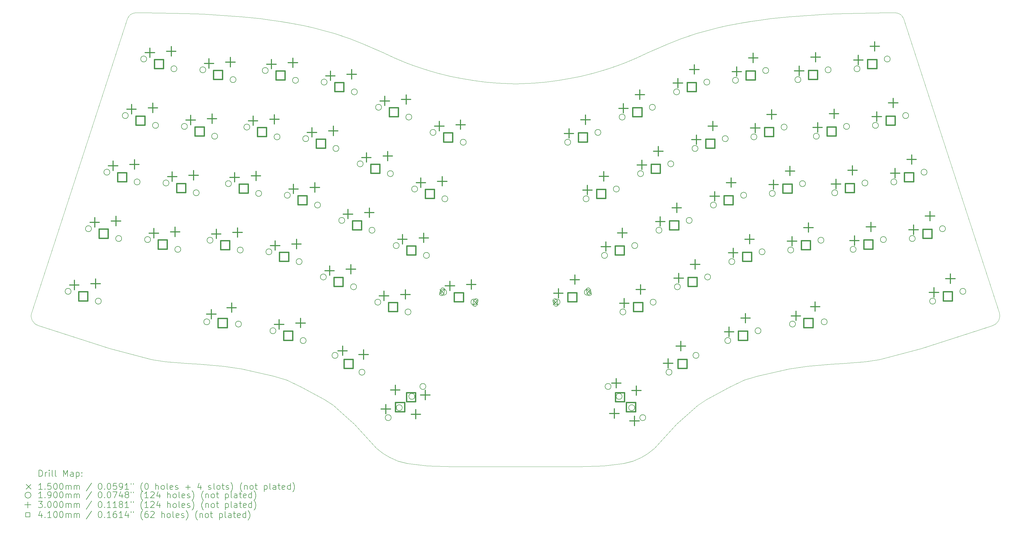
<source format=gbr>
%FSLAX45Y45*%
G04 Gerber Fmt 4.5, Leading zero omitted, Abs format (unit mm)*
G04 Created by KiCad (PCBNEW (6.0.2-0)) date 2022-02-19 09:02:35*
%MOMM*%
%LPD*%
G01*
G04 APERTURE LIST*
%TA.AperFunction,Profile*%
%ADD10C,0.099999*%
%TD*%
%TA.AperFunction,Profile*%
%ADD11C,0.100000*%
%TD*%
%ADD12C,0.200000*%
%ADD13C,0.150000*%
%ADD14C,0.190000*%
%ADD15C,0.300000*%
%ADD16C,0.410000*%
G04 APERTURE END LIST*
D10*
X19536736Y-6339585D02*
X19928690Y-6371445D01*
X32833798Y-4191490D02*
X32859195Y-4216890D01*
X14336450Y-4674709D02*
X14713937Y-4777511D01*
X31078505Y-4145172D02*
X31891224Y-4128079D01*
X27833691Y-15883053D02*
X28265552Y-15756319D01*
D11*
X23964996Y-18553865D02*
X23331656Y-18628849D01*
D10*
X14686880Y-16690773D02*
X15057721Y-17020973D01*
X25382575Y-5116544D02*
X25595538Y-5032484D01*
X32904913Y-4277850D02*
X32920157Y-4308330D01*
X16267203Y-5393642D02*
X16667279Y-5573523D01*
D11*
X20512255Y-18654249D02*
X19394656Y-18654249D01*
D10*
X27376489Y-16098953D02*
X27833691Y-15883053D01*
X30627692Y-15375053D02*
X30945209Y-15352584D01*
X31891224Y-4128079D02*
X32386660Y-4122621D01*
X29853009Y-15438785D02*
X29268790Y-15527453D01*
X30627692Y-15375053D02*
X29853009Y-15438785D01*
X24357232Y-5573523D02*
X24757309Y-5393642D01*
X28669921Y-4309742D02*
X29290406Y-4248864D01*
D11*
X7532961Y-14876694D02*
X8879161Y-15232294D01*
D10*
X18072436Y-6069846D02*
X18450387Y-6159956D01*
D11*
X5041318Y-13735385D02*
G75*
G03*
X5248467Y-14134416I299392J-97861D01*
G01*
D10*
X13302730Y-4446177D02*
X13719220Y-4524991D01*
X24731932Y-18241253D02*
X24955596Y-18071266D01*
X32859195Y-4216890D02*
X32884598Y-4247370D01*
X23768643Y-5811150D02*
X23994299Y-5726625D01*
X9946006Y-4145172D02*
X10529812Y-4166579D01*
X15641936Y-5116544D02*
X15892043Y-5227383D01*
X8368515Y-4120369D02*
X8637852Y-4122621D01*
X10529812Y-4166579D02*
X11125845Y-4201143D01*
D11*
X32145350Y-15232294D02*
X33491550Y-14876694D01*
D10*
X18765813Y-6222357D02*
X19157387Y-6287550D01*
X26310575Y-4777511D02*
X26688061Y-4674709D01*
X21097090Y-6371444D02*
X21487775Y-6339585D01*
X16754714Y-18477667D02*
X17059515Y-18553865D01*
X24269798Y-18477666D02*
X24533958Y-18358286D01*
X11755722Y-15527453D02*
X11171503Y-15438785D01*
X11734106Y-4248864D02*
X12354591Y-4309742D01*
X32757596Y-4145770D02*
X32798236Y-4166090D01*
X10079302Y-15352585D02*
X10396820Y-15375053D01*
X15216011Y-4948423D02*
X15428974Y-5032484D01*
X13719220Y-4524991D02*
X14059564Y-4601013D01*
X22952076Y-6069846D02*
X23253879Y-5982528D01*
X21867125Y-6287550D02*
X22258698Y-6222357D01*
D11*
X32920157Y-4308330D02*
X35274867Y-11555380D01*
X17692856Y-18628850D02*
X17059515Y-18553865D01*
D10*
X17255868Y-5811151D02*
X17531822Y-5910230D01*
X14402402Y-16507893D02*
X14686880Y-16690773D01*
X14402402Y-16507893D02*
X13648111Y-16098787D01*
X29898667Y-4201143D02*
X30494700Y-4166579D01*
X8104354Y-4308329D02*
X8119598Y-4277850D01*
X8266916Y-4145770D02*
X8307556Y-4130530D01*
X16490554Y-18358286D02*
X16754714Y-18477667D01*
X23253879Y-5982528D02*
X23492690Y-5910229D01*
D11*
X16068915Y-18071265D02*
X15362523Y-17292752D01*
D10*
X24757309Y-5393642D02*
X25132468Y-5227383D01*
X19157387Y-6287550D02*
X19536736Y-6339585D01*
D11*
X31703209Y-15296585D02*
X32145350Y-15232294D01*
D10*
X29290406Y-4248864D02*
X29898667Y-4201143D01*
X25132468Y-5227383D02*
X25382575Y-5116544D01*
X8190713Y-4191490D02*
X8226275Y-4166090D01*
X29268790Y-15527453D02*
X28265552Y-15756319D01*
X32655997Y-4120370D02*
X32716956Y-4130530D01*
X11125845Y-4201143D02*
X11734106Y-4248864D01*
X8165317Y-4216890D02*
X8190713Y-4191490D01*
D11*
X21629856Y-18654249D02*
X20512256Y-18654250D01*
D10*
X28391639Y-4345363D02*
X28669921Y-4309742D01*
X15057721Y-17020973D02*
X15362523Y-17292752D01*
X25966791Y-17020973D02*
X26337631Y-16690773D01*
D11*
X18505655Y-18654249D02*
X17692856Y-18628850D01*
D10*
X32798236Y-4166090D02*
X32833798Y-4191490D01*
X9133287Y-4128079D02*
X9946006Y-4145172D01*
X12758960Y-15756319D02*
X11755722Y-15527453D01*
D11*
X23331656Y-18628849D02*
X22518856Y-18654250D01*
D10*
X12758960Y-15756319D02*
X13190820Y-15883053D01*
D11*
X35776045Y-14134416D02*
G75*
G03*
X35983193Y-13735385I-92245J301170D01*
G01*
D10*
X23492690Y-5910229D02*
X23768643Y-5811150D01*
X15892043Y-5227383D02*
X16267203Y-5393642D01*
D11*
X5749645Y-11555380D02*
X8104354Y-4308329D01*
X30945209Y-15352584D02*
X31703209Y-15296585D01*
X5248467Y-14134416D02*
X5721199Y-14288016D01*
X9321303Y-15296585D02*
X10079302Y-15352585D01*
X33491550Y-14876694D02*
X35303313Y-14288016D01*
D10*
X26337631Y-16690773D02*
X26622110Y-16507893D01*
X18450387Y-6159956D02*
X18765813Y-6222357D01*
X22574124Y-6159956D02*
X22952076Y-6069846D01*
X17531822Y-5910230D02*
X17770632Y-5982528D01*
X23964996Y-18553865D02*
X24269798Y-18477666D01*
X17770632Y-5982528D02*
X18072436Y-6069846D01*
X8637852Y-4122621D02*
X9133287Y-4128079D01*
X27376489Y-16098953D02*
X26622110Y-16507893D01*
X8119598Y-4277850D02*
X8139914Y-4247369D01*
X11171503Y-15438785D02*
X10396820Y-15375053D01*
D11*
X22518856Y-18654250D02*
X21629856Y-18654249D01*
D10*
X25661989Y-17292752D02*
X25966791Y-17020973D01*
X32386660Y-4122621D02*
X32655997Y-4120370D01*
X32884598Y-4247370D02*
X32904913Y-4277850D01*
X17030213Y-5726625D02*
X17255868Y-5811151D01*
X23994299Y-5726625D02*
X24357232Y-5573523D01*
D11*
X35274867Y-11555380D02*
X35983193Y-13735385D01*
D10*
X14059564Y-4601013D02*
X14336450Y-4674709D01*
X22258698Y-6222357D02*
X22574124Y-6159956D01*
X16068915Y-18071265D02*
X16292580Y-18241253D01*
X32716956Y-4130530D02*
X32757596Y-4145770D01*
D11*
X19394656Y-18654249D02*
X18505655Y-18654249D01*
X35303313Y-14288016D02*
X35776045Y-14134416D01*
D10*
X25808500Y-4948424D02*
X26310575Y-4777511D01*
X12999531Y-4396933D02*
X13302730Y-4446177D01*
D11*
X5721199Y-14288016D02*
X7532961Y-14876694D01*
D10*
X8307556Y-4130530D02*
X8368515Y-4120369D01*
X14713937Y-4777511D02*
X15216011Y-4948423D01*
X12354591Y-4309742D02*
X12632873Y-4345363D01*
X24533958Y-18358286D02*
X24731932Y-18241253D01*
X8226275Y-4166090D02*
X8266916Y-4145770D01*
X20512890Y-6396845D02*
X21097090Y-6371444D01*
X19928690Y-6371445D02*
X20512890Y-6396845D01*
X13190820Y-15883053D02*
X13648111Y-16098787D01*
D11*
X25661989Y-17292752D02*
X24955596Y-18071266D01*
D10*
X21487775Y-6339585D02*
X21867125Y-6287550D01*
X28024981Y-4396933D02*
X28391639Y-4345363D01*
X26964947Y-4601014D02*
X27305291Y-4524991D01*
X27305291Y-4524991D02*
X27721781Y-4446177D01*
X16292580Y-18241253D02*
X16490554Y-18358286D01*
X12632873Y-4345363D02*
X12999531Y-4396933D01*
X25595538Y-5032484D02*
X25808500Y-4948424D01*
D11*
X8879161Y-15232294D02*
X9321303Y-15296585D01*
D10*
X16667279Y-5573523D02*
X17030213Y-5726625D01*
X30494700Y-4166579D02*
X31078505Y-4145172D01*
X8139914Y-4247369D02*
X8165317Y-4216890D01*
X15428974Y-5032484D02*
X15641936Y-5116544D01*
X26688061Y-4674709D02*
X26964947Y-4601014D01*
X27721781Y-4446177D02*
X28024981Y-4396933D01*
D11*
X5041318Y-13735385D02*
X5749645Y-11555380D01*
D12*
D13*
X18092013Y-12981227D02*
X18242013Y-13131227D01*
X18242013Y-12981227D02*
X18092013Y-13131227D01*
D12*
X18208746Y-13138131D02*
X18248918Y-13014494D01*
X18085109Y-13097959D02*
X18125281Y-12974322D01*
X18248918Y-13014494D02*
G75*
G03*
X18125281Y-12974322I-61819J20086D01*
G01*
X18085109Y-13097959D02*
G75*
G03*
X18208746Y-13138131I61819J-20086D01*
G01*
D13*
X19157197Y-13327326D02*
X19307197Y-13477326D01*
X19307197Y-13327326D02*
X19157197Y-13477326D01*
D12*
X19273929Y-13484230D02*
X19314101Y-13360593D01*
X19150292Y-13444058D02*
X19190464Y-13320421D01*
X19314101Y-13360593D02*
G75*
G03*
X19190464Y-13320421I-61819J20086D01*
G01*
X19150292Y-13444058D02*
G75*
G03*
X19273929Y-13484230I61819J-20086D01*
G01*
D13*
X21717315Y-13327326D02*
X21867315Y-13477326D01*
X21867315Y-13327326D02*
X21717315Y-13477326D01*
D12*
X21874220Y-13444058D02*
X21834048Y-13320421D01*
X21750583Y-13484230D02*
X21710410Y-13360593D01*
X21834048Y-13320421D02*
G75*
G03*
X21710410Y-13360593I-61819J-20086D01*
G01*
X21750583Y-13484230D02*
G75*
G03*
X21874220Y-13444058I61819J20086D01*
G01*
D13*
X22782498Y-12981227D02*
X22932498Y-13131227D01*
X22932498Y-12981227D02*
X22782498Y-13131227D01*
D12*
X22939403Y-13097959D02*
X22899231Y-12974322D01*
X22815766Y-13138131D02*
X22775594Y-13014494D01*
X22899231Y-12974322D02*
G75*
G03*
X22775594Y-13014494I-61819J-20086D01*
G01*
X22815766Y-13138131D02*
G75*
G03*
X22939403Y-13097959I61819J20086D01*
G01*
D14*
X6302783Y-13042972D02*
G75*
G03*
X6302783Y-13042972I-95000J0D01*
G01*
X6954475Y-11038027D02*
G75*
G03*
X6954475Y-11038027I-95000J0D01*
G01*
X7269056Y-13356933D02*
G75*
G03*
X7269056Y-13356933I-95000J0D01*
G01*
X7543152Y-9226265D02*
G75*
G03*
X7543152Y-9226265I-95000J0D01*
G01*
X7920748Y-11351988D02*
G75*
G03*
X7920748Y-11351988I-95000J0D01*
G01*
X8131830Y-7414502D02*
G75*
G03*
X8131830Y-7414502I-95000J0D01*
G01*
X8509425Y-9540226D02*
G75*
G03*
X8509425Y-9540226I-95000J0D01*
G01*
X8720507Y-5602739D02*
G75*
G03*
X8720507Y-5602739I-95000J0D01*
G01*
X8844728Y-11385136D02*
G75*
G03*
X8844728Y-11385136I-95000J0D01*
G01*
X9098103Y-7728463D02*
G75*
G03*
X9098103Y-7728463I-95000J0D01*
G01*
X9433405Y-9573374D02*
G75*
G03*
X9433405Y-9573374I-95000J0D01*
G01*
X9686780Y-5916700D02*
G75*
G03*
X9686780Y-5916700I-95000J0D01*
G01*
X9811001Y-11699097D02*
G75*
G03*
X9811001Y-11699097I-95000J0D01*
G01*
X10022083Y-7761611D02*
G75*
G03*
X10022083Y-7761611I-95000J0D01*
G01*
X10399679Y-9887335D02*
G75*
G03*
X10399679Y-9887335I-95000J0D01*
G01*
X10610760Y-5949848D02*
G75*
G03*
X10610760Y-5949848I-95000J0D01*
G01*
X10736413Y-14019868D02*
G75*
G03*
X10736413Y-14019868I-95000J0D01*
G01*
X10840873Y-11406105D02*
G75*
G03*
X10840873Y-11406105I-95000J0D01*
G01*
X10988356Y-8075572D02*
G75*
G03*
X10988356Y-8075572I-95000J0D01*
G01*
X11429550Y-9594343D02*
G75*
G03*
X11429550Y-9594343I-95000J0D01*
G01*
X11577033Y-6263809D02*
G75*
G03*
X11577033Y-6263809I-95000J0D01*
G01*
X11749938Y-14090741D02*
G75*
G03*
X11749938Y-14090741I-95000J0D01*
G01*
X11807146Y-11720066D02*
G75*
G03*
X11807146Y-11720066I-95000J0D01*
G01*
X12018227Y-7782580D02*
G75*
G03*
X12018227Y-7782580I-95000J0D01*
G01*
X12395823Y-9908304D02*
G75*
G03*
X12395823Y-9908304I-95000J0D01*
G01*
X12606905Y-5970817D02*
G75*
G03*
X12606905Y-5970817I-95000J0D01*
G01*
X12723276Y-11777371D02*
G75*
G03*
X12723276Y-11777371I-95000J0D01*
G01*
X12852363Y-14305749D02*
G75*
G03*
X12852363Y-14305749I-95000J0D01*
G01*
X12984501Y-8096541D02*
G75*
G03*
X12984501Y-8096541I-95000J0D01*
G01*
X13311954Y-9965609D02*
G75*
G03*
X13311954Y-9965609I-95000J0D01*
G01*
X13573178Y-6284778D02*
G75*
G03*
X13573178Y-6284778I-95000J0D01*
G01*
X13689550Y-12091332D02*
G75*
G03*
X13689550Y-12091332I-95000J0D01*
G01*
X13818636Y-14619710D02*
G75*
G03*
X13818636Y-14619710I-95000J0D01*
G01*
X13900631Y-8153846D02*
G75*
G03*
X13900631Y-8153846I-95000J0D01*
G01*
X14278227Y-10279570D02*
G75*
G03*
X14278227Y-10279570I-95000J0D01*
G01*
X14464398Y-12583460D02*
G75*
G03*
X14464398Y-12583460I-95000J0D01*
G01*
X14489309Y-6342083D02*
G75*
G03*
X14489309Y-6342083I-95000J0D01*
G01*
X14836895Y-15093754D02*
G75*
G03*
X14836895Y-15093754I-95000J0D01*
G01*
X14866905Y-8467807D02*
G75*
G03*
X14866905Y-8467807I-95000J0D01*
G01*
X15053075Y-10771697D02*
G75*
G03*
X15053075Y-10771697I-95000J0D01*
G01*
X15430671Y-12897421D02*
G75*
G03*
X15430671Y-12897421I-95000J0D01*
G01*
X15455582Y-6656044D02*
G75*
G03*
X15455582Y-6656044I-95000J0D01*
G01*
X15641753Y-8959935D02*
G75*
G03*
X15641753Y-8959935I-95000J0D01*
G01*
X15698512Y-15632152D02*
G75*
G03*
X15698512Y-15632152I-95000J0D01*
G01*
X16019349Y-11085659D02*
G75*
G03*
X16019349Y-11085659I-95000J0D01*
G01*
X16205367Y-13389499D02*
G75*
G03*
X16205367Y-13389499I-95000J0D01*
G01*
X16230430Y-7148172D02*
G75*
G03*
X16230430Y-7148172I-95000J0D01*
G01*
X16538142Y-17088076D02*
G75*
G03*
X16538142Y-17088076I-95000J0D01*
G01*
X16608026Y-9273896D02*
G75*
G03*
X16608026Y-9273896I-95000J0D01*
G01*
X16794044Y-11577737D02*
G75*
G03*
X16794044Y-11577737I-95000J0D01*
G01*
X16892064Y-16769402D02*
G75*
G03*
X16892064Y-16769402I-95000J0D01*
G01*
X17171641Y-13703460D02*
G75*
G03*
X17171641Y-13703460I-95000J0D01*
G01*
X17196703Y-7462133D02*
G75*
G03*
X17196703Y-7462133I-95000J0D01*
G01*
X17293177Y-16408239D02*
G75*
G03*
X17293177Y-16408239I-95000J0D01*
G01*
X17382722Y-9765974D02*
G75*
G03*
X17382722Y-9765974I-95000J0D01*
G01*
X17647100Y-16089566D02*
G75*
G03*
X17647100Y-16089566I-95000J0D01*
G01*
X17760318Y-11891698D02*
G75*
G03*
X17760318Y-11891698I-95000J0D01*
G01*
X17971399Y-7954211D02*
G75*
G03*
X17971399Y-7954211I-95000J0D01*
G01*
X18311468Y-13072296D02*
G75*
G03*
X18311468Y-13072296I-95000J0D01*
G01*
X18348995Y-10079935D02*
G75*
G03*
X18348995Y-10079935I-95000J0D01*
G01*
X18937673Y-8268173D02*
G75*
G03*
X18937673Y-8268173I-95000J0D01*
G01*
X19277742Y-13386257D02*
G75*
G03*
X19277742Y-13386257I-95000J0D01*
G01*
X21936770Y-13386257D02*
G75*
G03*
X21936770Y-13386257I-95000J0D01*
G01*
X22276839Y-8268173D02*
G75*
G03*
X22276839Y-8268173I-95000J0D01*
G01*
X22865517Y-10079935D02*
G75*
G03*
X22865517Y-10079935I-95000J0D01*
G01*
X22903043Y-13072295D02*
G75*
G03*
X22903043Y-13072295I-95000J0D01*
G01*
X23243113Y-7954211D02*
G75*
G03*
X23243113Y-7954211I-95000J0D01*
G01*
X23454194Y-11891698D02*
G75*
G03*
X23454194Y-11891698I-95000J0D01*
G01*
X23567482Y-16089543D02*
G75*
G03*
X23567482Y-16089543I-95000J0D01*
G01*
X23831790Y-9765974D02*
G75*
G03*
X23831790Y-9765974I-95000J0D01*
G01*
X23921405Y-16408216D02*
G75*
G03*
X23921405Y-16408216I-95000J0D01*
G01*
X24017808Y-7462133D02*
G75*
G03*
X24017808Y-7462133I-95000J0D01*
G01*
X24042871Y-13703461D02*
G75*
G03*
X24042871Y-13703461I-95000J0D01*
G01*
X24322518Y-16769380D02*
G75*
G03*
X24322518Y-16769380I-95000J0D01*
G01*
X24420468Y-11577737D02*
G75*
G03*
X24420468Y-11577737I-95000J0D01*
G01*
X24606486Y-9273896D02*
G75*
G03*
X24606486Y-9273896I-95000J0D01*
G01*
X24676440Y-17088053D02*
G75*
G03*
X24676440Y-17088053I-95000J0D01*
G01*
X24984082Y-7148172D02*
G75*
G03*
X24984082Y-7148172I-95000J0D01*
G01*
X25009145Y-13389499D02*
G75*
G03*
X25009145Y-13389499I-95000J0D01*
G01*
X25195163Y-11085658D02*
G75*
G03*
X25195163Y-11085658I-95000J0D01*
G01*
X25516000Y-15632152D02*
G75*
G03*
X25516000Y-15632152I-95000J0D01*
G01*
X25572759Y-8959935D02*
G75*
G03*
X25572759Y-8959935I-95000J0D01*
G01*
X25758930Y-6656044D02*
G75*
G03*
X25758930Y-6656044I-95000J0D01*
G01*
X25783841Y-12897421D02*
G75*
G03*
X25783841Y-12897421I-95000J0D01*
G01*
X26161437Y-10771697D02*
G75*
G03*
X26161437Y-10771697I-95000J0D01*
G01*
X26347607Y-8467807D02*
G75*
G03*
X26347607Y-8467807I-95000J0D01*
G01*
X26377616Y-15093754D02*
G75*
G03*
X26377616Y-15093754I-95000J0D01*
G01*
X26725203Y-6342083D02*
G75*
G03*
X26725203Y-6342083I-95000J0D01*
G01*
X26750114Y-12583460D02*
G75*
G03*
X26750114Y-12583460I-95000J0D01*
G01*
X26936285Y-10279570D02*
G75*
G03*
X26936285Y-10279570I-95000J0D01*
G01*
X27313881Y-8153845D02*
G75*
G03*
X27313881Y-8153845I-95000J0D01*
G01*
X27395876Y-14619710D02*
G75*
G03*
X27395876Y-14619710I-95000J0D01*
G01*
X27524962Y-12091332D02*
G75*
G03*
X27524962Y-12091332I-95000J0D01*
G01*
X27641334Y-6284778D02*
G75*
G03*
X27641334Y-6284778I-95000J0D01*
G01*
X27902558Y-9965608D02*
G75*
G03*
X27902558Y-9965608I-95000J0D01*
G01*
X28230011Y-8096541D02*
G75*
G03*
X28230011Y-8096541I-95000J0D01*
G01*
X28362149Y-14305748D02*
G75*
G03*
X28362149Y-14305748I-95000J0D01*
G01*
X28491235Y-11777371D02*
G75*
G03*
X28491235Y-11777371I-95000J0D01*
G01*
X28607607Y-5970817D02*
G75*
G03*
X28607607Y-5970817I-95000J0D01*
G01*
X28818688Y-9908304D02*
G75*
G03*
X28818688Y-9908304I-95000J0D01*
G01*
X29196285Y-7782580D02*
G75*
G03*
X29196285Y-7782580I-95000J0D01*
G01*
X29407366Y-11720066D02*
G75*
G03*
X29407366Y-11720066I-95000J0D01*
G01*
X29464644Y-14090718D02*
G75*
G03*
X29464644Y-14090718I-95000J0D01*
G01*
X29637567Y-6263844D02*
G75*
G03*
X29637567Y-6263844I-95000J0D01*
G01*
X29784962Y-9594343D02*
G75*
G03*
X29784962Y-9594343I-95000J0D01*
G01*
X30226244Y-8075606D02*
G75*
G03*
X30226244Y-8075606I-95000J0D01*
G01*
X30373640Y-11406105D02*
G75*
G03*
X30373640Y-11406105I-95000J0D01*
G01*
X30478169Y-14019845D02*
G75*
G03*
X30478169Y-14019845I-95000J0D01*
G01*
X30603841Y-5949883D02*
G75*
G03*
X30603841Y-5949883I-95000J0D01*
G01*
X30814922Y-9887369D02*
G75*
G03*
X30814922Y-9887369I-95000J0D01*
G01*
X31192518Y-7761645D02*
G75*
G03*
X31192518Y-7761645I-95000J0D01*
G01*
X31403599Y-11699132D02*
G75*
G03*
X31403599Y-11699132I-95000J0D01*
G01*
X31527820Y-5916735D02*
G75*
G03*
X31527820Y-5916735I-95000J0D01*
G01*
X31781195Y-9573408D02*
G75*
G03*
X31781195Y-9573408I-95000J0D01*
G01*
X32116497Y-7728497D02*
G75*
G03*
X32116497Y-7728497I-95000J0D01*
G01*
X32369873Y-11385170D02*
G75*
G03*
X32369873Y-11385170I-95000J0D01*
G01*
X32494094Y-5602773D02*
G75*
G03*
X32494094Y-5602773I-95000J0D01*
G01*
X32705175Y-9540260D02*
G75*
G03*
X32705175Y-9540260I-95000J0D01*
G01*
X33082771Y-7414536D02*
G75*
G03*
X33082771Y-7414536I-95000J0D01*
G01*
X33293852Y-11352022D02*
G75*
G03*
X33293852Y-11352022I-95000J0D01*
G01*
X33671448Y-9226299D02*
G75*
G03*
X33671448Y-9226299I-95000J0D01*
G01*
X33945544Y-13356968D02*
G75*
G03*
X33945544Y-13356968I-95000J0D01*
G01*
X34260126Y-11038061D02*
G75*
G03*
X34260126Y-11038061I-95000J0D01*
G01*
X34911818Y-13043007D02*
G75*
G03*
X34911818Y-13043007I-95000J0D01*
G01*
D15*
X6407058Y-12690649D02*
X6407058Y-12990649D01*
X6257058Y-12840649D02*
X6557058Y-12840649D01*
X7058749Y-10685704D02*
X7058749Y-10985704D01*
X6908749Y-10835704D02*
X7208749Y-10835704D01*
X7089469Y-12645306D02*
X7089469Y-12945306D01*
X6939469Y-12795306D02*
X7239469Y-12795306D01*
X7647426Y-8873941D02*
X7647426Y-9173941D01*
X7497426Y-9023941D02*
X7797426Y-9023941D01*
X7741160Y-10640361D02*
X7741160Y-10940361D01*
X7591160Y-10790361D02*
X7891160Y-10790361D01*
X8236104Y-7062179D02*
X8236104Y-7362179D01*
X8086104Y-7212179D02*
X8386104Y-7212179D01*
X8329838Y-8828599D02*
X8329838Y-9128599D01*
X8179838Y-8978599D02*
X8479838Y-8978599D01*
X8824781Y-5250416D02*
X8824781Y-5550416D01*
X8674781Y-5400416D02*
X8974781Y-5400416D01*
X8918515Y-7016836D02*
X8918515Y-7316836D01*
X8768515Y-7166836D02*
X9068515Y-7166836D01*
X8949002Y-11032813D02*
X8949002Y-11332813D01*
X8799002Y-11182813D02*
X9099002Y-11182813D01*
X9507193Y-5205073D02*
X9507193Y-5505073D01*
X9357193Y-5355073D02*
X9657193Y-5355073D01*
X9537680Y-9221050D02*
X9537680Y-9521050D01*
X9387680Y-9371050D02*
X9687680Y-9371050D01*
X9631414Y-10987471D02*
X9631414Y-11287470D01*
X9481414Y-11137471D02*
X9781414Y-11137471D01*
X10126357Y-7409288D02*
X10126357Y-7709288D01*
X9976357Y-7559288D02*
X10276357Y-7559288D01*
X10220091Y-9175708D02*
X10220091Y-9475708D01*
X10070091Y-9325708D02*
X10370091Y-9325708D01*
X10715034Y-5597525D02*
X10715034Y-5897525D01*
X10565034Y-5747525D02*
X10865034Y-5747525D01*
X10785821Y-13625346D02*
X10785821Y-13925346D01*
X10635821Y-13775346D02*
X10935821Y-13775346D01*
X10808768Y-7363945D02*
X10808768Y-7663945D01*
X10658768Y-7513945D02*
X10958768Y-7513945D01*
X10945147Y-11053782D02*
X10945147Y-11353782D01*
X10795147Y-11203782D02*
X11095147Y-11203782D01*
X11397445Y-5552183D02*
X11397445Y-5852182D01*
X11247445Y-5702182D02*
X11547445Y-5702182D01*
X11436993Y-13416260D02*
X11436993Y-13716260D01*
X11286993Y-13566260D02*
X11586993Y-13566260D01*
X11533824Y-9242019D02*
X11533824Y-9542019D01*
X11383824Y-9392019D02*
X11683824Y-9392019D01*
X11627558Y-11008439D02*
X11627558Y-11308439D01*
X11477558Y-11158439D02*
X11777558Y-11158439D01*
X12122502Y-7430257D02*
X12122502Y-7730257D01*
X11972502Y-7580257D02*
X12272502Y-7580257D01*
X12216236Y-9196677D02*
X12216236Y-9496677D01*
X12066236Y-9346677D02*
X12366236Y-9346677D01*
X12711179Y-5618494D02*
X12711179Y-5918494D01*
X12561179Y-5768494D02*
X12861179Y-5768494D01*
X12804913Y-7384914D02*
X12804913Y-7684914D01*
X12654913Y-7534914D02*
X12954913Y-7534914D01*
X12827551Y-11425048D02*
X12827551Y-11725048D01*
X12677551Y-11575048D02*
X12977551Y-11575048D01*
X12956637Y-13953425D02*
X12956637Y-14253425D01*
X12806637Y-14103425D02*
X13106637Y-14103425D01*
X13393590Y-5573152D02*
X13393590Y-5873151D01*
X13243590Y-5723151D02*
X13543590Y-5723151D01*
X13416228Y-9613285D02*
X13416228Y-9913285D01*
X13266228Y-9763285D02*
X13566228Y-9763285D01*
X13509962Y-11379705D02*
X13509962Y-11679705D01*
X13359962Y-11529705D02*
X13659962Y-11529705D01*
X13639048Y-13908083D02*
X13639048Y-14208083D01*
X13489048Y-14058083D02*
X13789048Y-14058083D01*
X14004906Y-7801523D02*
X14004906Y-8101523D01*
X13854906Y-7951523D02*
X14154906Y-7951523D01*
X14098640Y-9567943D02*
X14098640Y-9867943D01*
X13948640Y-9717943D02*
X14248640Y-9717943D01*
X14568673Y-12231137D02*
X14568673Y-12531137D01*
X14418673Y-12381137D02*
X14718673Y-12381137D01*
X14593583Y-5989760D02*
X14593583Y-6289760D01*
X14443583Y-6139760D02*
X14743583Y-6139760D01*
X14687317Y-7756180D02*
X14687317Y-8056180D01*
X14537317Y-7906180D02*
X14837317Y-7906180D01*
X14984197Y-14795650D02*
X14984197Y-15095650D01*
X14834197Y-14945650D02*
X15134197Y-14945650D01*
X15157350Y-10419374D02*
X15157350Y-10719374D01*
X15007350Y-10569374D02*
X15307350Y-10569374D01*
X15251084Y-12185794D02*
X15251084Y-12485794D01*
X15101084Y-12335794D02*
X15401084Y-12335794D01*
X15275994Y-5944417D02*
X15275994Y-6244417D01*
X15125994Y-6094417D02*
X15425994Y-6094417D01*
X15657307Y-14916744D02*
X15657307Y-15216744D01*
X15507307Y-15066744D02*
X15807307Y-15066744D01*
X15746027Y-8607611D02*
X15746027Y-8907611D01*
X15596027Y-8757611D02*
X15896027Y-8757611D01*
X15839761Y-10374032D02*
X15839761Y-10674032D01*
X15689761Y-10524032D02*
X15989761Y-10524032D01*
X16309642Y-13037176D02*
X16309642Y-13337176D01*
X16159642Y-13187176D02*
X16459642Y-13187176D01*
X16334704Y-6795849D02*
X16334704Y-7095849D01*
X16184704Y-6945849D02*
X16484704Y-6945849D01*
X16367562Y-16664337D02*
X16367562Y-16964337D01*
X16217562Y-16814337D02*
X16517562Y-16814337D01*
X16428438Y-8562269D02*
X16428438Y-8862269D01*
X16278438Y-8712269D02*
X16578438Y-8712269D01*
X16669500Y-16050681D02*
X16669500Y-16350681D01*
X16519500Y-16200681D02*
X16819500Y-16200681D01*
X16898319Y-11225414D02*
X16898319Y-11525414D01*
X16748319Y-11375414D02*
X17048319Y-11375414D01*
X16992053Y-12991833D02*
X16992053Y-13291833D01*
X16842053Y-13141833D02*
X17142053Y-13141833D01*
X17017116Y-6750506D02*
X17017116Y-7050506D01*
X16867116Y-6900506D02*
X17167116Y-6900506D01*
X17325742Y-16826961D02*
X17325742Y-17126961D01*
X17175742Y-16976961D02*
X17475742Y-16976961D01*
X17486996Y-9413651D02*
X17486996Y-9713651D01*
X17336996Y-9563651D02*
X17636996Y-9563651D01*
X17580730Y-11180071D02*
X17580730Y-11480071D01*
X17430730Y-11330071D02*
X17730730Y-11330071D01*
X17627679Y-16213304D02*
X17627679Y-16513304D01*
X17477679Y-16363304D02*
X17777679Y-16363304D01*
X18075674Y-7601888D02*
X18075674Y-7901888D01*
X17925674Y-7751888D02*
X18225674Y-7751888D01*
X18169408Y-9368308D02*
X18169408Y-9668308D01*
X18019408Y-9518308D02*
X18319408Y-9518308D01*
X18415743Y-12719972D02*
X18415743Y-13019972D01*
X18265743Y-12869972D02*
X18565743Y-12869972D01*
X18758085Y-7556546D02*
X18758085Y-7856546D01*
X18608085Y-7706546D02*
X18908085Y-7706546D01*
X19098154Y-12674630D02*
X19098154Y-12974630D01*
X18948154Y-12824630D02*
X19248154Y-12824630D01*
X21884064Y-12955443D02*
X21884064Y-13255443D01*
X21734064Y-13105443D02*
X22034064Y-13105443D01*
X22224133Y-7837359D02*
X22224133Y-8137359D01*
X22074133Y-7987359D02*
X22374133Y-7987359D01*
X22409494Y-12517649D02*
X22409494Y-12817649D01*
X22259495Y-12667649D02*
X22559494Y-12667649D01*
X22749564Y-7399565D02*
X22749564Y-7699565D01*
X22599564Y-7549565D02*
X22899564Y-7549565D01*
X22812811Y-9649122D02*
X22812811Y-9949122D01*
X22662811Y-9799122D02*
X22962811Y-9799122D01*
X23338241Y-9211328D02*
X23338241Y-9511328D01*
X23188241Y-9361328D02*
X23488241Y-9361328D01*
X23401488Y-11460885D02*
X23401488Y-11760885D01*
X23251488Y-11610885D02*
X23551488Y-11610885D01*
X23675246Y-16805693D02*
X23675246Y-17105693D01*
X23525246Y-16955693D02*
X23825246Y-16955693D01*
X23736821Y-15835764D02*
X23736821Y-16135764D01*
X23586821Y-15985764D02*
X23886821Y-15985764D01*
X23926919Y-11023091D02*
X23926919Y-11323090D01*
X23776919Y-11173091D02*
X24076919Y-11173091D01*
X23965102Y-7031320D02*
X23965102Y-7331320D01*
X23815102Y-7181320D02*
X24115102Y-7181320D01*
X23990165Y-13272647D02*
X23990165Y-13572647D01*
X23840165Y-13422647D02*
X24140165Y-13422647D01*
X24317102Y-17041832D02*
X24317102Y-17341832D01*
X24167102Y-17191832D02*
X24467102Y-17191832D01*
X24378677Y-16071903D02*
X24378677Y-16371903D01*
X24228677Y-16221903D02*
X24528677Y-16221903D01*
X24490533Y-6593526D02*
X24490533Y-6893526D01*
X24340533Y-6743526D02*
X24640533Y-6743526D01*
X24515596Y-12834853D02*
X24515596Y-13134853D01*
X24365596Y-12984853D02*
X24665596Y-12984853D01*
X24553780Y-8843082D02*
X24553780Y-9143082D01*
X24403780Y-8993082D02*
X24703780Y-8993082D01*
X25079210Y-8405288D02*
X25079210Y-8705288D01*
X24929210Y-8555288D02*
X25229210Y-8555288D01*
X25142457Y-10654845D02*
X25142457Y-10954845D01*
X24992457Y-10804845D02*
X25292457Y-10804845D01*
X25394102Y-15199448D02*
X25394102Y-15499448D01*
X25244102Y-15349448D02*
X25544102Y-15349448D01*
X25667888Y-10217051D02*
X25667888Y-10517051D01*
X25517888Y-10367051D02*
X25817888Y-10367051D01*
X25706224Y-6225231D02*
X25706224Y-6525231D01*
X25556224Y-6375231D02*
X25856224Y-6375231D01*
X25731134Y-12466608D02*
X25731134Y-12766608D01*
X25581134Y-12616608D02*
X25881134Y-12616608D01*
X25798013Y-14647545D02*
X25798013Y-14947545D01*
X25648013Y-14797545D02*
X25948013Y-14797545D01*
X26231654Y-5787437D02*
X26231654Y-6087437D01*
X26081654Y-5937437D02*
X26381654Y-5937437D01*
X26256565Y-12028814D02*
X26256565Y-12328814D01*
X26106565Y-12178814D02*
X26406565Y-12178814D01*
X26294901Y-8036993D02*
X26294901Y-8336993D01*
X26144901Y-8186993D02*
X26444901Y-8186993D01*
X26820332Y-7599199D02*
X26820332Y-7899199D01*
X26670332Y-7749199D02*
X26970332Y-7749199D01*
X26883579Y-9848756D02*
X26883579Y-10148756D01*
X26733579Y-9998756D02*
X27033579Y-9998756D01*
X27343170Y-14188896D02*
X27343170Y-14488896D01*
X27193170Y-14338896D02*
X27493170Y-14338896D01*
X27409009Y-9410962D02*
X27409009Y-9710962D01*
X27259009Y-9560962D02*
X27559009Y-9560962D01*
X27472256Y-11660519D02*
X27472256Y-11960519D01*
X27322256Y-11810519D02*
X27622256Y-11810519D01*
X27588628Y-5853965D02*
X27588628Y-6153965D01*
X27438628Y-6003965D02*
X27738628Y-6003965D01*
X27868600Y-13751102D02*
X27868600Y-14051102D01*
X27718600Y-13901102D02*
X28018600Y-13901102D01*
X27997686Y-11222725D02*
X27997686Y-11522725D01*
X27847686Y-11372725D02*
X28147686Y-11372725D01*
X28114058Y-5416171D02*
X28114058Y-5716171D01*
X27964058Y-5566171D02*
X28264058Y-5566171D01*
X28177305Y-7665727D02*
X28177305Y-7965727D01*
X28027305Y-7815727D02*
X28327305Y-7815727D01*
X28702736Y-7227933D02*
X28702736Y-7527933D01*
X28552736Y-7377933D02*
X28852736Y-7377933D01*
X28765982Y-9477490D02*
X28765982Y-9777490D01*
X28615982Y-9627490D02*
X28915982Y-9627490D01*
X29291413Y-9039696D02*
X29291413Y-9339696D01*
X29141413Y-9189696D02*
X29441413Y-9189696D01*
X29354660Y-11289253D02*
X29354660Y-11589253D01*
X29204660Y-11439253D02*
X29504660Y-11439253D01*
X29478617Y-13678478D02*
X29478617Y-13978478D01*
X29328617Y-13828478D02*
X29628617Y-13828478D01*
X29584861Y-5833030D02*
X29584861Y-6133030D01*
X29434861Y-5983030D02*
X29734861Y-5983030D01*
X29880091Y-10851459D02*
X29880091Y-11151459D01*
X29730091Y-11001459D02*
X30030091Y-11001459D01*
X30094352Y-13380801D02*
X30094352Y-13680801D01*
X29944352Y-13530801D02*
X30244352Y-13530801D01*
X30110292Y-5395236D02*
X30110292Y-5695236D01*
X29960292Y-5545236D02*
X30260292Y-5545236D01*
X30173538Y-7644793D02*
X30173538Y-7944793D01*
X30023538Y-7794793D02*
X30323538Y-7794793D01*
X30698969Y-7206999D02*
X30698969Y-7506999D01*
X30548969Y-7356999D02*
X30848969Y-7356999D01*
X30762216Y-9456556D02*
X30762216Y-9756556D01*
X30612216Y-9606556D02*
X30912216Y-9606556D01*
X31287646Y-9018761D02*
X31287646Y-9318761D01*
X31137646Y-9168761D02*
X31437646Y-9168761D01*
X31350893Y-11268318D02*
X31350893Y-11568318D01*
X31200893Y-11418318D02*
X31500893Y-11418318D01*
X31475114Y-5485921D02*
X31475114Y-5785921D01*
X31325114Y-5635921D02*
X31625114Y-5635921D01*
X31876324Y-10830524D02*
X31876324Y-11130524D01*
X31726324Y-10980524D02*
X32026324Y-10980524D01*
X32000545Y-5048127D02*
X32000545Y-5348127D01*
X31850545Y-5198127D02*
X32150545Y-5198127D01*
X32063791Y-7297684D02*
X32063791Y-7597684D01*
X31913791Y-7447684D02*
X32213791Y-7447684D01*
X32589222Y-6859890D02*
X32589222Y-7159890D01*
X32439222Y-7009890D02*
X32739222Y-7009890D01*
X32652469Y-9109446D02*
X32652469Y-9409446D01*
X32502469Y-9259446D02*
X32802469Y-9259446D01*
X33177899Y-8671652D02*
X33177899Y-8971652D01*
X33027899Y-8821652D02*
X33327899Y-8821652D01*
X33241146Y-10921209D02*
X33241146Y-11221209D01*
X33091146Y-11071209D02*
X33391146Y-11071209D01*
X33766577Y-10483415D02*
X33766577Y-10783415D01*
X33616577Y-10633415D02*
X33916577Y-10633415D01*
X33892838Y-12926154D02*
X33892838Y-13226154D01*
X33742838Y-13076154D02*
X34042838Y-13076154D01*
X34418269Y-12488360D02*
X34418269Y-12788360D01*
X34268269Y-12638360D02*
X34568269Y-12638360D01*
D16*
X6835878Y-13344911D02*
X6835878Y-13054995D01*
X6545961Y-13054995D01*
X6545961Y-13344911D01*
X6835878Y-13344911D01*
X7487570Y-11339966D02*
X7487570Y-11050050D01*
X7197653Y-11050050D01*
X7197653Y-11339966D01*
X7487570Y-11339966D01*
X8076247Y-9528204D02*
X8076247Y-9238287D01*
X7786330Y-9238287D01*
X7786330Y-9528204D01*
X8076247Y-9528204D01*
X8664925Y-7716441D02*
X8664925Y-7426524D01*
X8375008Y-7426524D01*
X8375008Y-7716441D01*
X8664925Y-7716441D01*
X9253602Y-5904678D02*
X9253602Y-5614761D01*
X8963685Y-5614761D01*
X8963685Y-5904678D01*
X9253602Y-5904678D01*
X9377823Y-11687075D02*
X9377823Y-11397159D01*
X9087906Y-11397159D01*
X9087906Y-11687075D01*
X9377823Y-11687075D01*
X9966500Y-9875313D02*
X9966500Y-9585396D01*
X9676584Y-9585396D01*
X9676584Y-9875313D01*
X9966500Y-9875313D01*
X10555178Y-8063550D02*
X10555178Y-7773633D01*
X10265261Y-7773633D01*
X10265261Y-8063550D01*
X10555178Y-8063550D01*
X11143855Y-6251787D02*
X11143855Y-5961871D01*
X10853938Y-5961871D01*
X10853938Y-6251787D01*
X11143855Y-6251787D01*
X11293133Y-14200263D02*
X11293133Y-13910346D01*
X11003217Y-13910346D01*
X11003217Y-14200263D01*
X11293133Y-14200263D01*
X11373968Y-11708044D02*
X11373968Y-11418127D01*
X11084051Y-11418127D01*
X11084051Y-11708044D01*
X11373968Y-11708044D01*
X11962645Y-9896281D02*
X11962645Y-9606365D01*
X11672728Y-9606365D01*
X11672728Y-9896281D01*
X11962645Y-9896281D01*
X12551322Y-8084519D02*
X12551322Y-7794602D01*
X12261406Y-7794602D01*
X12261406Y-8084519D01*
X12551322Y-8084519D01*
X13140000Y-6272756D02*
X13140000Y-5982840D01*
X12850083Y-5982840D01*
X12850083Y-6272756D01*
X13140000Y-6272756D01*
X13256371Y-12079310D02*
X13256371Y-11789393D01*
X12966455Y-11789393D01*
X12966455Y-12079310D01*
X13256371Y-12079310D01*
X13385458Y-14607687D02*
X13385458Y-14317771D01*
X13095541Y-14317771D01*
X13095541Y-14607687D01*
X13385458Y-14607687D01*
X13845049Y-10267547D02*
X13845049Y-9977631D01*
X13555132Y-9977631D01*
X13555132Y-10267547D01*
X13845049Y-10267547D01*
X14433726Y-8455785D02*
X14433726Y-8165868D01*
X14143810Y-8165868D01*
X14143810Y-8455785D01*
X14433726Y-8455785D01*
X14997493Y-12885399D02*
X14997493Y-12595482D01*
X14707576Y-12595482D01*
X14707576Y-12885399D01*
X14997493Y-12885399D01*
X15022404Y-6644022D02*
X15022404Y-6354105D01*
X14732487Y-6354105D01*
X14732487Y-6644022D01*
X15022404Y-6644022D01*
X15317662Y-15507911D02*
X15317662Y-15217995D01*
X15027746Y-15217995D01*
X15027746Y-15507911D01*
X15317662Y-15507911D01*
X15586170Y-11073636D02*
X15586170Y-10783720D01*
X15296254Y-10783720D01*
X15296254Y-11073636D01*
X15586170Y-11073636D01*
X16174848Y-9261874D02*
X16174848Y-8971957D01*
X15884931Y-8971957D01*
X15884931Y-9261874D01*
X16174848Y-9261874D01*
X16738462Y-13691438D02*
X16738462Y-13401522D01*
X16448546Y-13401522D01*
X16448546Y-13691438D01*
X16738462Y-13691438D01*
X16763525Y-7450111D02*
X16763525Y-7160194D01*
X16473608Y-7160194D01*
X16473608Y-7450111D01*
X16763525Y-7450111D01*
X16965618Y-16893116D02*
X16965618Y-16603199D01*
X16675701Y-16603199D01*
X16675701Y-16893116D01*
X16965618Y-16893116D01*
X17319540Y-16574442D02*
X17319540Y-16284526D01*
X17029624Y-16284526D01*
X17029624Y-16574442D01*
X17319540Y-16574442D01*
X17327139Y-11879676D02*
X17327139Y-11589759D01*
X17037223Y-11589759D01*
X17037223Y-11879676D01*
X17327139Y-11879676D01*
X17915817Y-10067913D02*
X17915817Y-9777996D01*
X17625900Y-9777996D01*
X17625900Y-10067913D01*
X17915817Y-10067913D01*
X18504494Y-8256150D02*
X18504494Y-7966234D01*
X18214578Y-7966234D01*
X18214578Y-8256150D01*
X18504494Y-8256150D01*
X18844563Y-13374234D02*
X18844563Y-13084318D01*
X18554647Y-13084318D01*
X18554647Y-13374234D01*
X18844563Y-13374234D01*
X22469865Y-13374234D02*
X22469865Y-13084318D01*
X22179949Y-13084318D01*
X22179949Y-13374234D01*
X22469865Y-13374234D01*
X22809934Y-8256150D02*
X22809934Y-7966234D01*
X22520018Y-7966234D01*
X22520018Y-8256150D01*
X22809934Y-8256150D01*
X23398612Y-10067913D02*
X23398612Y-9777996D01*
X23108695Y-9777996D01*
X23108695Y-10067913D01*
X23398612Y-10067913D01*
X23987289Y-11879676D02*
X23987289Y-11589759D01*
X23697373Y-11589759D01*
X23697373Y-11879676D01*
X23987289Y-11879676D01*
X23994958Y-16574420D02*
X23994958Y-16284503D01*
X23705042Y-16284503D01*
X23705042Y-16574420D01*
X23994958Y-16574420D01*
X24348881Y-16893093D02*
X24348881Y-16603176D01*
X24058964Y-16603176D01*
X24058964Y-16893093D01*
X24348881Y-16893093D01*
X24550903Y-7450111D02*
X24550903Y-7160194D01*
X24260987Y-7160194D01*
X24260987Y-7450111D01*
X24550903Y-7450111D01*
X24575966Y-13691438D02*
X24575966Y-13401522D01*
X24286050Y-13401522D01*
X24286050Y-13691438D01*
X24575966Y-13691438D01*
X25139581Y-9261873D02*
X25139581Y-8971957D01*
X24849664Y-8971957D01*
X24849664Y-9261873D01*
X25139581Y-9261873D01*
X25728258Y-11073636D02*
X25728258Y-10783719D01*
X25438342Y-10783719D01*
X25438342Y-11073636D01*
X25728258Y-11073636D01*
X25996766Y-15507912D02*
X25996766Y-15217995D01*
X25706850Y-15217995D01*
X25706850Y-15507912D01*
X25996766Y-15507912D01*
X26292025Y-6644022D02*
X26292025Y-6354105D01*
X26002108Y-6354105D01*
X26002108Y-6644022D01*
X26292025Y-6644022D01*
X26316936Y-12885399D02*
X26316936Y-12595482D01*
X26027019Y-12595482D01*
X26027019Y-12885399D01*
X26316936Y-12885399D01*
X26880702Y-8455784D02*
X26880702Y-8165868D01*
X26590786Y-8165868D01*
X26590786Y-8455784D01*
X26880702Y-8455784D01*
X27469380Y-10267547D02*
X27469380Y-9977631D01*
X27179463Y-9977631D01*
X27179463Y-10267547D01*
X27469380Y-10267547D01*
X27928971Y-14607687D02*
X27928971Y-14317771D01*
X27639054Y-14317771D01*
X27639054Y-14607687D01*
X27928971Y-14607687D01*
X28058057Y-12079310D02*
X28058057Y-11789393D01*
X27768140Y-11789393D01*
X27768140Y-12079310D01*
X28058057Y-12079310D01*
X28174429Y-6272756D02*
X28174429Y-5982839D01*
X27884512Y-5982839D01*
X27884512Y-6272756D01*
X28174429Y-6272756D01*
X28763106Y-8084519D02*
X28763106Y-7794602D01*
X28473190Y-7794602D01*
X28473190Y-8084519D01*
X28763106Y-8084519D01*
X29351783Y-9896282D02*
X29351783Y-9606365D01*
X29061867Y-9606365D01*
X29061867Y-9896282D01*
X29351783Y-9896282D01*
X29940461Y-11708044D02*
X29940461Y-11418127D01*
X29650545Y-11418127D01*
X29650545Y-11708044D01*
X29940461Y-11708044D01*
X30021365Y-14200240D02*
X30021365Y-13910323D01*
X29731448Y-13910323D01*
X29731448Y-14200240D01*
X30021365Y-14200240D01*
X30170662Y-6251822D02*
X30170662Y-5961905D01*
X29880746Y-5961905D01*
X29880746Y-6251822D01*
X30170662Y-6251822D01*
X30759339Y-8063584D02*
X30759339Y-7773667D01*
X30469423Y-7773667D01*
X30469423Y-8063584D01*
X30759339Y-8063584D01*
X31348017Y-9875347D02*
X31348017Y-9585430D01*
X31058100Y-9585430D01*
X31058100Y-9875347D01*
X31348017Y-9875347D01*
X31936694Y-11687109D02*
X31936694Y-11397193D01*
X31646778Y-11397193D01*
X31646778Y-11687109D01*
X31936694Y-11687109D01*
X32060915Y-5904712D02*
X32060915Y-5614796D01*
X31770999Y-5614796D01*
X31770999Y-5904712D01*
X32060915Y-5904712D01*
X32649592Y-7716475D02*
X32649592Y-7426558D01*
X32359676Y-7426558D01*
X32359676Y-7716475D01*
X32649592Y-7716475D01*
X33238270Y-9528238D02*
X33238270Y-9238321D01*
X32948353Y-9238321D01*
X32948353Y-9528238D01*
X33238270Y-9528238D01*
X33826948Y-11340000D02*
X33826948Y-11050084D01*
X33537031Y-11050084D01*
X33537031Y-11340000D01*
X33826948Y-11340000D01*
X34478639Y-13344946D02*
X34478639Y-13055029D01*
X34188723Y-13055029D01*
X34188723Y-13344946D01*
X34478639Y-13344946D01*
D12*
X5278350Y-18969726D02*
X5278350Y-18769726D01*
X5325969Y-18769726D01*
X5354540Y-18779250D01*
X5373588Y-18798297D01*
X5383111Y-18817345D01*
X5392635Y-18855440D01*
X5392635Y-18884011D01*
X5383111Y-18922107D01*
X5373588Y-18941154D01*
X5354540Y-18960202D01*
X5325969Y-18969726D01*
X5278350Y-18969726D01*
X5478350Y-18969726D02*
X5478350Y-18836392D01*
X5478350Y-18874488D02*
X5487873Y-18855440D01*
X5497397Y-18845916D01*
X5516445Y-18836392D01*
X5535492Y-18836392D01*
X5602159Y-18969726D02*
X5602159Y-18836392D01*
X5602159Y-18769726D02*
X5592635Y-18779250D01*
X5602159Y-18788773D01*
X5611683Y-18779250D01*
X5602159Y-18769726D01*
X5602159Y-18788773D01*
X5725968Y-18969726D02*
X5706921Y-18960202D01*
X5697397Y-18941154D01*
X5697397Y-18769726D01*
X5830730Y-18969726D02*
X5811683Y-18960202D01*
X5802159Y-18941154D01*
X5802159Y-18769726D01*
X6059302Y-18969726D02*
X6059302Y-18769726D01*
X6125968Y-18912583D01*
X6192635Y-18769726D01*
X6192635Y-18969726D01*
X6373588Y-18969726D02*
X6373588Y-18864964D01*
X6364064Y-18845916D01*
X6345016Y-18836392D01*
X6306921Y-18836392D01*
X6287873Y-18845916D01*
X6373588Y-18960202D02*
X6354540Y-18969726D01*
X6306921Y-18969726D01*
X6287873Y-18960202D01*
X6278349Y-18941154D01*
X6278349Y-18922107D01*
X6287873Y-18903059D01*
X6306921Y-18893535D01*
X6354540Y-18893535D01*
X6373588Y-18884011D01*
X6468826Y-18836392D02*
X6468826Y-19036392D01*
X6468826Y-18845916D02*
X6487873Y-18836392D01*
X6525968Y-18836392D01*
X6545016Y-18845916D01*
X6554540Y-18855440D01*
X6564064Y-18874488D01*
X6564064Y-18931630D01*
X6554540Y-18950678D01*
X6545016Y-18960202D01*
X6525968Y-18969726D01*
X6487873Y-18969726D01*
X6468826Y-18960202D01*
X6649778Y-18950678D02*
X6659302Y-18960202D01*
X6649778Y-18969726D01*
X6640254Y-18960202D01*
X6649778Y-18950678D01*
X6649778Y-18969726D01*
X6649778Y-18845916D02*
X6659302Y-18855440D01*
X6649778Y-18864964D01*
X6640254Y-18855440D01*
X6649778Y-18845916D01*
X6649778Y-18864964D01*
D13*
X4870731Y-19224250D02*
X5020731Y-19374250D01*
X5020731Y-19224250D02*
X4870731Y-19374250D01*
D12*
X5383111Y-19389726D02*
X5268826Y-19389726D01*
X5325969Y-19389726D02*
X5325969Y-19189726D01*
X5306921Y-19218297D01*
X5287873Y-19237345D01*
X5268826Y-19246869D01*
X5468826Y-19370678D02*
X5478350Y-19380202D01*
X5468826Y-19389726D01*
X5459302Y-19380202D01*
X5468826Y-19370678D01*
X5468826Y-19389726D01*
X5659302Y-19189726D02*
X5564064Y-19189726D01*
X5554540Y-19284964D01*
X5564064Y-19275440D01*
X5583111Y-19265916D01*
X5630730Y-19265916D01*
X5649778Y-19275440D01*
X5659302Y-19284964D01*
X5668826Y-19304011D01*
X5668826Y-19351630D01*
X5659302Y-19370678D01*
X5649778Y-19380202D01*
X5630730Y-19389726D01*
X5583111Y-19389726D01*
X5564064Y-19380202D01*
X5554540Y-19370678D01*
X5792635Y-19189726D02*
X5811683Y-19189726D01*
X5830730Y-19199250D01*
X5840254Y-19208773D01*
X5849778Y-19227821D01*
X5859302Y-19265916D01*
X5859302Y-19313535D01*
X5849778Y-19351630D01*
X5840254Y-19370678D01*
X5830730Y-19380202D01*
X5811683Y-19389726D01*
X5792635Y-19389726D01*
X5773588Y-19380202D01*
X5764064Y-19370678D01*
X5754540Y-19351630D01*
X5745016Y-19313535D01*
X5745016Y-19265916D01*
X5754540Y-19227821D01*
X5764064Y-19208773D01*
X5773588Y-19199250D01*
X5792635Y-19189726D01*
X5983111Y-19189726D02*
X6002159Y-19189726D01*
X6021207Y-19199250D01*
X6030730Y-19208773D01*
X6040254Y-19227821D01*
X6049778Y-19265916D01*
X6049778Y-19313535D01*
X6040254Y-19351630D01*
X6030730Y-19370678D01*
X6021207Y-19380202D01*
X6002159Y-19389726D01*
X5983111Y-19389726D01*
X5964064Y-19380202D01*
X5954540Y-19370678D01*
X5945016Y-19351630D01*
X5935492Y-19313535D01*
X5935492Y-19265916D01*
X5945016Y-19227821D01*
X5954540Y-19208773D01*
X5964064Y-19199250D01*
X5983111Y-19189726D01*
X6135492Y-19389726D02*
X6135492Y-19256392D01*
X6135492Y-19275440D02*
X6145016Y-19265916D01*
X6164064Y-19256392D01*
X6192635Y-19256392D01*
X6211683Y-19265916D01*
X6221207Y-19284964D01*
X6221207Y-19389726D01*
X6221207Y-19284964D02*
X6230730Y-19265916D01*
X6249778Y-19256392D01*
X6278349Y-19256392D01*
X6297397Y-19265916D01*
X6306921Y-19284964D01*
X6306921Y-19389726D01*
X6402159Y-19389726D02*
X6402159Y-19256392D01*
X6402159Y-19275440D02*
X6411683Y-19265916D01*
X6430730Y-19256392D01*
X6459302Y-19256392D01*
X6478349Y-19265916D01*
X6487873Y-19284964D01*
X6487873Y-19389726D01*
X6487873Y-19284964D02*
X6497397Y-19265916D01*
X6516445Y-19256392D01*
X6545016Y-19256392D01*
X6564064Y-19265916D01*
X6573588Y-19284964D01*
X6573588Y-19389726D01*
X6964064Y-19180202D02*
X6792635Y-19437345D01*
X7221207Y-19189726D02*
X7240254Y-19189726D01*
X7259302Y-19199250D01*
X7268826Y-19208773D01*
X7278349Y-19227821D01*
X7287873Y-19265916D01*
X7287873Y-19313535D01*
X7278349Y-19351630D01*
X7268826Y-19370678D01*
X7259302Y-19380202D01*
X7240254Y-19389726D01*
X7221207Y-19389726D01*
X7202159Y-19380202D01*
X7192635Y-19370678D01*
X7183111Y-19351630D01*
X7173588Y-19313535D01*
X7173588Y-19265916D01*
X7183111Y-19227821D01*
X7192635Y-19208773D01*
X7202159Y-19199250D01*
X7221207Y-19189726D01*
X7373588Y-19370678D02*
X7383111Y-19380202D01*
X7373588Y-19389726D01*
X7364064Y-19380202D01*
X7373588Y-19370678D01*
X7373588Y-19389726D01*
X7506921Y-19189726D02*
X7525968Y-19189726D01*
X7545016Y-19199250D01*
X7554540Y-19208773D01*
X7564064Y-19227821D01*
X7573588Y-19265916D01*
X7573588Y-19313535D01*
X7564064Y-19351630D01*
X7554540Y-19370678D01*
X7545016Y-19380202D01*
X7525968Y-19389726D01*
X7506921Y-19389726D01*
X7487873Y-19380202D01*
X7478349Y-19370678D01*
X7468826Y-19351630D01*
X7459302Y-19313535D01*
X7459302Y-19265916D01*
X7468826Y-19227821D01*
X7478349Y-19208773D01*
X7487873Y-19199250D01*
X7506921Y-19189726D01*
X7754540Y-19189726D02*
X7659302Y-19189726D01*
X7649778Y-19284964D01*
X7659302Y-19275440D01*
X7678349Y-19265916D01*
X7725968Y-19265916D01*
X7745016Y-19275440D01*
X7754540Y-19284964D01*
X7764064Y-19304011D01*
X7764064Y-19351630D01*
X7754540Y-19370678D01*
X7745016Y-19380202D01*
X7725968Y-19389726D01*
X7678349Y-19389726D01*
X7659302Y-19380202D01*
X7649778Y-19370678D01*
X7859302Y-19389726D02*
X7897397Y-19389726D01*
X7916445Y-19380202D01*
X7925968Y-19370678D01*
X7945016Y-19342107D01*
X7954540Y-19304011D01*
X7954540Y-19227821D01*
X7945016Y-19208773D01*
X7935492Y-19199250D01*
X7916445Y-19189726D01*
X7878349Y-19189726D01*
X7859302Y-19199250D01*
X7849778Y-19208773D01*
X7840254Y-19227821D01*
X7840254Y-19275440D01*
X7849778Y-19294488D01*
X7859302Y-19304011D01*
X7878349Y-19313535D01*
X7916445Y-19313535D01*
X7935492Y-19304011D01*
X7945016Y-19294488D01*
X7954540Y-19275440D01*
X8145016Y-19389726D02*
X8030730Y-19389726D01*
X8087873Y-19389726D02*
X8087873Y-19189726D01*
X8068826Y-19218297D01*
X8049778Y-19237345D01*
X8030730Y-19246869D01*
X8221207Y-19189726D02*
X8221207Y-19227821D01*
X8297397Y-19189726D02*
X8297397Y-19227821D01*
X8592635Y-19465916D02*
X8583111Y-19456392D01*
X8564064Y-19427821D01*
X8554540Y-19408773D01*
X8545016Y-19380202D01*
X8535492Y-19332583D01*
X8535492Y-19294488D01*
X8545016Y-19246869D01*
X8554540Y-19218297D01*
X8564064Y-19199250D01*
X8583111Y-19170678D01*
X8592635Y-19161154D01*
X8706921Y-19189726D02*
X8725969Y-19189726D01*
X8745016Y-19199250D01*
X8754540Y-19208773D01*
X8764064Y-19227821D01*
X8773588Y-19265916D01*
X8773588Y-19313535D01*
X8764064Y-19351630D01*
X8754540Y-19370678D01*
X8745016Y-19380202D01*
X8725969Y-19389726D01*
X8706921Y-19389726D01*
X8687873Y-19380202D01*
X8678350Y-19370678D01*
X8668826Y-19351630D01*
X8659302Y-19313535D01*
X8659302Y-19265916D01*
X8668826Y-19227821D01*
X8678350Y-19208773D01*
X8687873Y-19199250D01*
X8706921Y-19189726D01*
X9011683Y-19389726D02*
X9011683Y-19189726D01*
X9097397Y-19389726D02*
X9097397Y-19284964D01*
X9087873Y-19265916D01*
X9068826Y-19256392D01*
X9040254Y-19256392D01*
X9021207Y-19265916D01*
X9011683Y-19275440D01*
X9221207Y-19389726D02*
X9202159Y-19380202D01*
X9192635Y-19370678D01*
X9183111Y-19351630D01*
X9183111Y-19294488D01*
X9192635Y-19275440D01*
X9202159Y-19265916D01*
X9221207Y-19256392D01*
X9249778Y-19256392D01*
X9268826Y-19265916D01*
X9278350Y-19275440D01*
X9287873Y-19294488D01*
X9287873Y-19351630D01*
X9278350Y-19370678D01*
X9268826Y-19380202D01*
X9249778Y-19389726D01*
X9221207Y-19389726D01*
X9402159Y-19389726D02*
X9383111Y-19380202D01*
X9373588Y-19361154D01*
X9373588Y-19189726D01*
X9554540Y-19380202D02*
X9535492Y-19389726D01*
X9497397Y-19389726D01*
X9478350Y-19380202D01*
X9468826Y-19361154D01*
X9468826Y-19284964D01*
X9478350Y-19265916D01*
X9497397Y-19256392D01*
X9535492Y-19256392D01*
X9554540Y-19265916D01*
X9564064Y-19284964D01*
X9564064Y-19304011D01*
X9468826Y-19323059D01*
X9640254Y-19380202D02*
X9659302Y-19389726D01*
X9697397Y-19389726D01*
X9716445Y-19380202D01*
X9725969Y-19361154D01*
X9725969Y-19351630D01*
X9716445Y-19332583D01*
X9697397Y-19323059D01*
X9668826Y-19323059D01*
X9649778Y-19313535D01*
X9640254Y-19294488D01*
X9640254Y-19284964D01*
X9649778Y-19265916D01*
X9668826Y-19256392D01*
X9697397Y-19256392D01*
X9716445Y-19265916D01*
X9964064Y-19313535D02*
X10116445Y-19313535D01*
X10040254Y-19389726D02*
X10040254Y-19237345D01*
X10449778Y-19256392D02*
X10449778Y-19389726D01*
X10402159Y-19180202D02*
X10354540Y-19323059D01*
X10478350Y-19323059D01*
X10697397Y-19380202D02*
X10716445Y-19389726D01*
X10754540Y-19389726D01*
X10773588Y-19380202D01*
X10783111Y-19361154D01*
X10783111Y-19351630D01*
X10773588Y-19332583D01*
X10754540Y-19323059D01*
X10725969Y-19323059D01*
X10706921Y-19313535D01*
X10697397Y-19294488D01*
X10697397Y-19284964D01*
X10706921Y-19265916D01*
X10725969Y-19256392D01*
X10754540Y-19256392D01*
X10773588Y-19265916D01*
X10897397Y-19389726D02*
X10878350Y-19380202D01*
X10868826Y-19361154D01*
X10868826Y-19189726D01*
X11002159Y-19389726D02*
X10983111Y-19380202D01*
X10973588Y-19370678D01*
X10964064Y-19351630D01*
X10964064Y-19294488D01*
X10973588Y-19275440D01*
X10983111Y-19265916D01*
X11002159Y-19256392D01*
X11030730Y-19256392D01*
X11049778Y-19265916D01*
X11059302Y-19275440D01*
X11068826Y-19294488D01*
X11068826Y-19351630D01*
X11059302Y-19370678D01*
X11049778Y-19380202D01*
X11030730Y-19389726D01*
X11002159Y-19389726D01*
X11125969Y-19256392D02*
X11202159Y-19256392D01*
X11154540Y-19189726D02*
X11154540Y-19361154D01*
X11164064Y-19380202D01*
X11183111Y-19389726D01*
X11202159Y-19389726D01*
X11259302Y-19380202D02*
X11278349Y-19389726D01*
X11316445Y-19389726D01*
X11335492Y-19380202D01*
X11345016Y-19361154D01*
X11345016Y-19351630D01*
X11335492Y-19332583D01*
X11316445Y-19323059D01*
X11287873Y-19323059D01*
X11268826Y-19313535D01*
X11259302Y-19294488D01*
X11259302Y-19284964D01*
X11268826Y-19265916D01*
X11287873Y-19256392D01*
X11316445Y-19256392D01*
X11335492Y-19265916D01*
X11411683Y-19465916D02*
X11421207Y-19456392D01*
X11440254Y-19427821D01*
X11449778Y-19408773D01*
X11459302Y-19380202D01*
X11468826Y-19332583D01*
X11468826Y-19294488D01*
X11459302Y-19246869D01*
X11449778Y-19218297D01*
X11440254Y-19199250D01*
X11421207Y-19170678D01*
X11411683Y-19161154D01*
X11773588Y-19465916D02*
X11764064Y-19456392D01*
X11745016Y-19427821D01*
X11735492Y-19408773D01*
X11725968Y-19380202D01*
X11716445Y-19332583D01*
X11716445Y-19294488D01*
X11725968Y-19246869D01*
X11735492Y-19218297D01*
X11745016Y-19199250D01*
X11764064Y-19170678D01*
X11773588Y-19161154D01*
X11849778Y-19256392D02*
X11849778Y-19389726D01*
X11849778Y-19275440D02*
X11859302Y-19265916D01*
X11878349Y-19256392D01*
X11906921Y-19256392D01*
X11925968Y-19265916D01*
X11935492Y-19284964D01*
X11935492Y-19389726D01*
X12059302Y-19389726D02*
X12040254Y-19380202D01*
X12030730Y-19370678D01*
X12021207Y-19351630D01*
X12021207Y-19294488D01*
X12030730Y-19275440D01*
X12040254Y-19265916D01*
X12059302Y-19256392D01*
X12087873Y-19256392D01*
X12106921Y-19265916D01*
X12116445Y-19275440D01*
X12125968Y-19294488D01*
X12125968Y-19351630D01*
X12116445Y-19370678D01*
X12106921Y-19380202D01*
X12087873Y-19389726D01*
X12059302Y-19389726D01*
X12183111Y-19256392D02*
X12259302Y-19256392D01*
X12211683Y-19189726D02*
X12211683Y-19361154D01*
X12221207Y-19380202D01*
X12240254Y-19389726D01*
X12259302Y-19389726D01*
X12478349Y-19256392D02*
X12478349Y-19456392D01*
X12478349Y-19265916D02*
X12497397Y-19256392D01*
X12535492Y-19256392D01*
X12554540Y-19265916D01*
X12564064Y-19275440D01*
X12573588Y-19294488D01*
X12573588Y-19351630D01*
X12564064Y-19370678D01*
X12554540Y-19380202D01*
X12535492Y-19389726D01*
X12497397Y-19389726D01*
X12478349Y-19380202D01*
X12687873Y-19389726D02*
X12668826Y-19380202D01*
X12659302Y-19361154D01*
X12659302Y-19189726D01*
X12849778Y-19389726D02*
X12849778Y-19284964D01*
X12840254Y-19265916D01*
X12821207Y-19256392D01*
X12783111Y-19256392D01*
X12764064Y-19265916D01*
X12849778Y-19380202D02*
X12830730Y-19389726D01*
X12783111Y-19389726D01*
X12764064Y-19380202D01*
X12754540Y-19361154D01*
X12754540Y-19342107D01*
X12764064Y-19323059D01*
X12783111Y-19313535D01*
X12830730Y-19313535D01*
X12849778Y-19304011D01*
X12916445Y-19256392D02*
X12992635Y-19256392D01*
X12945016Y-19189726D02*
X12945016Y-19361154D01*
X12954540Y-19380202D01*
X12973588Y-19389726D01*
X12992635Y-19389726D01*
X13135492Y-19380202D02*
X13116445Y-19389726D01*
X13078349Y-19389726D01*
X13059302Y-19380202D01*
X13049778Y-19361154D01*
X13049778Y-19284964D01*
X13059302Y-19265916D01*
X13078349Y-19256392D01*
X13116445Y-19256392D01*
X13135492Y-19265916D01*
X13145016Y-19284964D01*
X13145016Y-19304011D01*
X13049778Y-19323059D01*
X13316445Y-19389726D02*
X13316445Y-19189726D01*
X13316445Y-19380202D02*
X13297397Y-19389726D01*
X13259302Y-19389726D01*
X13240254Y-19380202D01*
X13230730Y-19370678D01*
X13221207Y-19351630D01*
X13221207Y-19294488D01*
X13230730Y-19275440D01*
X13240254Y-19265916D01*
X13259302Y-19256392D01*
X13297397Y-19256392D01*
X13316445Y-19265916D01*
X13392635Y-19465916D02*
X13402159Y-19456392D01*
X13421207Y-19427821D01*
X13430730Y-19408773D01*
X13440254Y-19380202D01*
X13449778Y-19332583D01*
X13449778Y-19294488D01*
X13440254Y-19246869D01*
X13430730Y-19218297D01*
X13421207Y-19199250D01*
X13402159Y-19170678D01*
X13392635Y-19161154D01*
D14*
X5020731Y-19569250D02*
G75*
G03*
X5020731Y-19569250I-95000J0D01*
G01*
D12*
X5383111Y-19659726D02*
X5268826Y-19659726D01*
X5325969Y-19659726D02*
X5325969Y-19459726D01*
X5306921Y-19488297D01*
X5287873Y-19507345D01*
X5268826Y-19516869D01*
X5468826Y-19640678D02*
X5478350Y-19650202D01*
X5468826Y-19659726D01*
X5459302Y-19650202D01*
X5468826Y-19640678D01*
X5468826Y-19659726D01*
X5573588Y-19659726D02*
X5611683Y-19659726D01*
X5630730Y-19650202D01*
X5640254Y-19640678D01*
X5659302Y-19612107D01*
X5668826Y-19574011D01*
X5668826Y-19497821D01*
X5659302Y-19478773D01*
X5649778Y-19469250D01*
X5630730Y-19459726D01*
X5592635Y-19459726D01*
X5573588Y-19469250D01*
X5564064Y-19478773D01*
X5554540Y-19497821D01*
X5554540Y-19545440D01*
X5564064Y-19564488D01*
X5573588Y-19574011D01*
X5592635Y-19583535D01*
X5630730Y-19583535D01*
X5649778Y-19574011D01*
X5659302Y-19564488D01*
X5668826Y-19545440D01*
X5792635Y-19459726D02*
X5811683Y-19459726D01*
X5830730Y-19469250D01*
X5840254Y-19478773D01*
X5849778Y-19497821D01*
X5859302Y-19535916D01*
X5859302Y-19583535D01*
X5849778Y-19621630D01*
X5840254Y-19640678D01*
X5830730Y-19650202D01*
X5811683Y-19659726D01*
X5792635Y-19659726D01*
X5773588Y-19650202D01*
X5764064Y-19640678D01*
X5754540Y-19621630D01*
X5745016Y-19583535D01*
X5745016Y-19535916D01*
X5754540Y-19497821D01*
X5764064Y-19478773D01*
X5773588Y-19469250D01*
X5792635Y-19459726D01*
X5983111Y-19459726D02*
X6002159Y-19459726D01*
X6021207Y-19469250D01*
X6030730Y-19478773D01*
X6040254Y-19497821D01*
X6049778Y-19535916D01*
X6049778Y-19583535D01*
X6040254Y-19621630D01*
X6030730Y-19640678D01*
X6021207Y-19650202D01*
X6002159Y-19659726D01*
X5983111Y-19659726D01*
X5964064Y-19650202D01*
X5954540Y-19640678D01*
X5945016Y-19621630D01*
X5935492Y-19583535D01*
X5935492Y-19535916D01*
X5945016Y-19497821D01*
X5954540Y-19478773D01*
X5964064Y-19469250D01*
X5983111Y-19459726D01*
X6135492Y-19659726D02*
X6135492Y-19526392D01*
X6135492Y-19545440D02*
X6145016Y-19535916D01*
X6164064Y-19526392D01*
X6192635Y-19526392D01*
X6211683Y-19535916D01*
X6221207Y-19554964D01*
X6221207Y-19659726D01*
X6221207Y-19554964D02*
X6230730Y-19535916D01*
X6249778Y-19526392D01*
X6278349Y-19526392D01*
X6297397Y-19535916D01*
X6306921Y-19554964D01*
X6306921Y-19659726D01*
X6402159Y-19659726D02*
X6402159Y-19526392D01*
X6402159Y-19545440D02*
X6411683Y-19535916D01*
X6430730Y-19526392D01*
X6459302Y-19526392D01*
X6478349Y-19535916D01*
X6487873Y-19554964D01*
X6487873Y-19659726D01*
X6487873Y-19554964D02*
X6497397Y-19535916D01*
X6516445Y-19526392D01*
X6545016Y-19526392D01*
X6564064Y-19535916D01*
X6573588Y-19554964D01*
X6573588Y-19659726D01*
X6964064Y-19450202D02*
X6792635Y-19707345D01*
X7221207Y-19459726D02*
X7240254Y-19459726D01*
X7259302Y-19469250D01*
X7268826Y-19478773D01*
X7278349Y-19497821D01*
X7287873Y-19535916D01*
X7287873Y-19583535D01*
X7278349Y-19621630D01*
X7268826Y-19640678D01*
X7259302Y-19650202D01*
X7240254Y-19659726D01*
X7221207Y-19659726D01*
X7202159Y-19650202D01*
X7192635Y-19640678D01*
X7183111Y-19621630D01*
X7173588Y-19583535D01*
X7173588Y-19535916D01*
X7183111Y-19497821D01*
X7192635Y-19478773D01*
X7202159Y-19469250D01*
X7221207Y-19459726D01*
X7373588Y-19640678D02*
X7383111Y-19650202D01*
X7373588Y-19659726D01*
X7364064Y-19650202D01*
X7373588Y-19640678D01*
X7373588Y-19659726D01*
X7506921Y-19459726D02*
X7525968Y-19459726D01*
X7545016Y-19469250D01*
X7554540Y-19478773D01*
X7564064Y-19497821D01*
X7573588Y-19535916D01*
X7573588Y-19583535D01*
X7564064Y-19621630D01*
X7554540Y-19640678D01*
X7545016Y-19650202D01*
X7525968Y-19659726D01*
X7506921Y-19659726D01*
X7487873Y-19650202D01*
X7478349Y-19640678D01*
X7468826Y-19621630D01*
X7459302Y-19583535D01*
X7459302Y-19535916D01*
X7468826Y-19497821D01*
X7478349Y-19478773D01*
X7487873Y-19469250D01*
X7506921Y-19459726D01*
X7640254Y-19459726D02*
X7773588Y-19459726D01*
X7687873Y-19659726D01*
X7935492Y-19526392D02*
X7935492Y-19659726D01*
X7887873Y-19450202D02*
X7840254Y-19593059D01*
X7964064Y-19593059D01*
X8068826Y-19545440D02*
X8049778Y-19535916D01*
X8040254Y-19526392D01*
X8030730Y-19507345D01*
X8030730Y-19497821D01*
X8040254Y-19478773D01*
X8049778Y-19469250D01*
X8068826Y-19459726D01*
X8106921Y-19459726D01*
X8125968Y-19469250D01*
X8135492Y-19478773D01*
X8145016Y-19497821D01*
X8145016Y-19507345D01*
X8135492Y-19526392D01*
X8125968Y-19535916D01*
X8106921Y-19545440D01*
X8068826Y-19545440D01*
X8049778Y-19554964D01*
X8040254Y-19564488D01*
X8030730Y-19583535D01*
X8030730Y-19621630D01*
X8040254Y-19640678D01*
X8049778Y-19650202D01*
X8068826Y-19659726D01*
X8106921Y-19659726D01*
X8125968Y-19650202D01*
X8135492Y-19640678D01*
X8145016Y-19621630D01*
X8145016Y-19583535D01*
X8135492Y-19564488D01*
X8125968Y-19554964D01*
X8106921Y-19545440D01*
X8221207Y-19459726D02*
X8221207Y-19497821D01*
X8297397Y-19459726D02*
X8297397Y-19497821D01*
X8592635Y-19735916D02*
X8583111Y-19726392D01*
X8564064Y-19697821D01*
X8554540Y-19678773D01*
X8545016Y-19650202D01*
X8535492Y-19602583D01*
X8535492Y-19564488D01*
X8545016Y-19516869D01*
X8554540Y-19488297D01*
X8564064Y-19469250D01*
X8583111Y-19440678D01*
X8592635Y-19431154D01*
X8773588Y-19659726D02*
X8659302Y-19659726D01*
X8716445Y-19659726D02*
X8716445Y-19459726D01*
X8697397Y-19488297D01*
X8678350Y-19507345D01*
X8659302Y-19516869D01*
X8849778Y-19478773D02*
X8859302Y-19469250D01*
X8878350Y-19459726D01*
X8925969Y-19459726D01*
X8945016Y-19469250D01*
X8954540Y-19478773D01*
X8964064Y-19497821D01*
X8964064Y-19516869D01*
X8954540Y-19545440D01*
X8840254Y-19659726D01*
X8964064Y-19659726D01*
X9135492Y-19526392D02*
X9135492Y-19659726D01*
X9087873Y-19450202D02*
X9040254Y-19593059D01*
X9164064Y-19593059D01*
X9392635Y-19659726D02*
X9392635Y-19459726D01*
X9478350Y-19659726D02*
X9478350Y-19554964D01*
X9468826Y-19535916D01*
X9449778Y-19526392D01*
X9421207Y-19526392D01*
X9402159Y-19535916D01*
X9392635Y-19545440D01*
X9602159Y-19659726D02*
X9583111Y-19650202D01*
X9573588Y-19640678D01*
X9564064Y-19621630D01*
X9564064Y-19564488D01*
X9573588Y-19545440D01*
X9583111Y-19535916D01*
X9602159Y-19526392D01*
X9630730Y-19526392D01*
X9649778Y-19535916D01*
X9659302Y-19545440D01*
X9668826Y-19564488D01*
X9668826Y-19621630D01*
X9659302Y-19640678D01*
X9649778Y-19650202D01*
X9630730Y-19659726D01*
X9602159Y-19659726D01*
X9783111Y-19659726D02*
X9764064Y-19650202D01*
X9754540Y-19631154D01*
X9754540Y-19459726D01*
X9935492Y-19650202D02*
X9916445Y-19659726D01*
X9878350Y-19659726D01*
X9859302Y-19650202D01*
X9849778Y-19631154D01*
X9849778Y-19554964D01*
X9859302Y-19535916D01*
X9878350Y-19526392D01*
X9916445Y-19526392D01*
X9935492Y-19535916D01*
X9945016Y-19554964D01*
X9945016Y-19574011D01*
X9849778Y-19593059D01*
X10021207Y-19650202D02*
X10040254Y-19659726D01*
X10078350Y-19659726D01*
X10097397Y-19650202D01*
X10106921Y-19631154D01*
X10106921Y-19621630D01*
X10097397Y-19602583D01*
X10078350Y-19593059D01*
X10049778Y-19593059D01*
X10030730Y-19583535D01*
X10021207Y-19564488D01*
X10021207Y-19554964D01*
X10030730Y-19535916D01*
X10049778Y-19526392D01*
X10078350Y-19526392D01*
X10097397Y-19535916D01*
X10173588Y-19735916D02*
X10183111Y-19726392D01*
X10202159Y-19697821D01*
X10211683Y-19678773D01*
X10221207Y-19650202D01*
X10230730Y-19602583D01*
X10230730Y-19564488D01*
X10221207Y-19516869D01*
X10211683Y-19488297D01*
X10202159Y-19469250D01*
X10183111Y-19440678D01*
X10173588Y-19431154D01*
X10535492Y-19735916D02*
X10525969Y-19726392D01*
X10506921Y-19697821D01*
X10497397Y-19678773D01*
X10487873Y-19650202D01*
X10478350Y-19602583D01*
X10478350Y-19564488D01*
X10487873Y-19516869D01*
X10497397Y-19488297D01*
X10506921Y-19469250D01*
X10525969Y-19440678D01*
X10535492Y-19431154D01*
X10611683Y-19526392D02*
X10611683Y-19659726D01*
X10611683Y-19545440D02*
X10621207Y-19535916D01*
X10640254Y-19526392D01*
X10668826Y-19526392D01*
X10687873Y-19535916D01*
X10697397Y-19554964D01*
X10697397Y-19659726D01*
X10821207Y-19659726D02*
X10802159Y-19650202D01*
X10792635Y-19640678D01*
X10783111Y-19621630D01*
X10783111Y-19564488D01*
X10792635Y-19545440D01*
X10802159Y-19535916D01*
X10821207Y-19526392D01*
X10849778Y-19526392D01*
X10868826Y-19535916D01*
X10878350Y-19545440D01*
X10887873Y-19564488D01*
X10887873Y-19621630D01*
X10878350Y-19640678D01*
X10868826Y-19650202D01*
X10849778Y-19659726D01*
X10821207Y-19659726D01*
X10945016Y-19526392D02*
X11021207Y-19526392D01*
X10973588Y-19459726D02*
X10973588Y-19631154D01*
X10983111Y-19650202D01*
X11002159Y-19659726D01*
X11021207Y-19659726D01*
X11240254Y-19526392D02*
X11240254Y-19726392D01*
X11240254Y-19535916D02*
X11259302Y-19526392D01*
X11297397Y-19526392D01*
X11316445Y-19535916D01*
X11325968Y-19545440D01*
X11335492Y-19564488D01*
X11335492Y-19621630D01*
X11325968Y-19640678D01*
X11316445Y-19650202D01*
X11297397Y-19659726D01*
X11259302Y-19659726D01*
X11240254Y-19650202D01*
X11449778Y-19659726D02*
X11430730Y-19650202D01*
X11421207Y-19631154D01*
X11421207Y-19459726D01*
X11611683Y-19659726D02*
X11611683Y-19554964D01*
X11602159Y-19535916D01*
X11583111Y-19526392D01*
X11545016Y-19526392D01*
X11525968Y-19535916D01*
X11611683Y-19650202D02*
X11592635Y-19659726D01*
X11545016Y-19659726D01*
X11525968Y-19650202D01*
X11516445Y-19631154D01*
X11516445Y-19612107D01*
X11525968Y-19593059D01*
X11545016Y-19583535D01*
X11592635Y-19583535D01*
X11611683Y-19574011D01*
X11678349Y-19526392D02*
X11754540Y-19526392D01*
X11706921Y-19459726D02*
X11706921Y-19631154D01*
X11716445Y-19650202D01*
X11735492Y-19659726D01*
X11754540Y-19659726D01*
X11897397Y-19650202D02*
X11878349Y-19659726D01*
X11840254Y-19659726D01*
X11821207Y-19650202D01*
X11811683Y-19631154D01*
X11811683Y-19554964D01*
X11821207Y-19535916D01*
X11840254Y-19526392D01*
X11878349Y-19526392D01*
X11897397Y-19535916D01*
X11906921Y-19554964D01*
X11906921Y-19574011D01*
X11811683Y-19593059D01*
X12078349Y-19659726D02*
X12078349Y-19459726D01*
X12078349Y-19650202D02*
X12059302Y-19659726D01*
X12021207Y-19659726D01*
X12002159Y-19650202D01*
X11992635Y-19640678D01*
X11983111Y-19621630D01*
X11983111Y-19564488D01*
X11992635Y-19545440D01*
X12002159Y-19535916D01*
X12021207Y-19526392D01*
X12059302Y-19526392D01*
X12078349Y-19535916D01*
X12154540Y-19735916D02*
X12164064Y-19726392D01*
X12183111Y-19697821D01*
X12192635Y-19678773D01*
X12202159Y-19650202D01*
X12211683Y-19602583D01*
X12211683Y-19564488D01*
X12202159Y-19516869D01*
X12192635Y-19488297D01*
X12183111Y-19469250D01*
X12164064Y-19440678D01*
X12154540Y-19431154D01*
X4920731Y-19779250D02*
X4920731Y-19979250D01*
X4820731Y-19879250D02*
X5020731Y-19879250D01*
X5259302Y-19769726D02*
X5383111Y-19769726D01*
X5316445Y-19845916D01*
X5345016Y-19845916D01*
X5364064Y-19855440D01*
X5373588Y-19864964D01*
X5383111Y-19884011D01*
X5383111Y-19931630D01*
X5373588Y-19950678D01*
X5364064Y-19960202D01*
X5345016Y-19969726D01*
X5287873Y-19969726D01*
X5268826Y-19960202D01*
X5259302Y-19950678D01*
X5468826Y-19950678D02*
X5478350Y-19960202D01*
X5468826Y-19969726D01*
X5459302Y-19960202D01*
X5468826Y-19950678D01*
X5468826Y-19969726D01*
X5602159Y-19769726D02*
X5621207Y-19769726D01*
X5640254Y-19779250D01*
X5649778Y-19788773D01*
X5659302Y-19807821D01*
X5668826Y-19845916D01*
X5668826Y-19893535D01*
X5659302Y-19931630D01*
X5649778Y-19950678D01*
X5640254Y-19960202D01*
X5621207Y-19969726D01*
X5602159Y-19969726D01*
X5583111Y-19960202D01*
X5573588Y-19950678D01*
X5564064Y-19931630D01*
X5554540Y-19893535D01*
X5554540Y-19845916D01*
X5564064Y-19807821D01*
X5573588Y-19788773D01*
X5583111Y-19779250D01*
X5602159Y-19769726D01*
X5792635Y-19769726D02*
X5811683Y-19769726D01*
X5830730Y-19779250D01*
X5840254Y-19788773D01*
X5849778Y-19807821D01*
X5859302Y-19845916D01*
X5859302Y-19893535D01*
X5849778Y-19931630D01*
X5840254Y-19950678D01*
X5830730Y-19960202D01*
X5811683Y-19969726D01*
X5792635Y-19969726D01*
X5773588Y-19960202D01*
X5764064Y-19950678D01*
X5754540Y-19931630D01*
X5745016Y-19893535D01*
X5745016Y-19845916D01*
X5754540Y-19807821D01*
X5764064Y-19788773D01*
X5773588Y-19779250D01*
X5792635Y-19769726D01*
X5983111Y-19769726D02*
X6002159Y-19769726D01*
X6021207Y-19779250D01*
X6030730Y-19788773D01*
X6040254Y-19807821D01*
X6049778Y-19845916D01*
X6049778Y-19893535D01*
X6040254Y-19931630D01*
X6030730Y-19950678D01*
X6021207Y-19960202D01*
X6002159Y-19969726D01*
X5983111Y-19969726D01*
X5964064Y-19960202D01*
X5954540Y-19950678D01*
X5945016Y-19931630D01*
X5935492Y-19893535D01*
X5935492Y-19845916D01*
X5945016Y-19807821D01*
X5954540Y-19788773D01*
X5964064Y-19779250D01*
X5983111Y-19769726D01*
X6135492Y-19969726D02*
X6135492Y-19836392D01*
X6135492Y-19855440D02*
X6145016Y-19845916D01*
X6164064Y-19836392D01*
X6192635Y-19836392D01*
X6211683Y-19845916D01*
X6221207Y-19864964D01*
X6221207Y-19969726D01*
X6221207Y-19864964D02*
X6230730Y-19845916D01*
X6249778Y-19836392D01*
X6278349Y-19836392D01*
X6297397Y-19845916D01*
X6306921Y-19864964D01*
X6306921Y-19969726D01*
X6402159Y-19969726D02*
X6402159Y-19836392D01*
X6402159Y-19855440D02*
X6411683Y-19845916D01*
X6430730Y-19836392D01*
X6459302Y-19836392D01*
X6478349Y-19845916D01*
X6487873Y-19864964D01*
X6487873Y-19969726D01*
X6487873Y-19864964D02*
X6497397Y-19845916D01*
X6516445Y-19836392D01*
X6545016Y-19836392D01*
X6564064Y-19845916D01*
X6573588Y-19864964D01*
X6573588Y-19969726D01*
X6964064Y-19760202D02*
X6792635Y-20017345D01*
X7221207Y-19769726D02*
X7240254Y-19769726D01*
X7259302Y-19779250D01*
X7268826Y-19788773D01*
X7278349Y-19807821D01*
X7287873Y-19845916D01*
X7287873Y-19893535D01*
X7278349Y-19931630D01*
X7268826Y-19950678D01*
X7259302Y-19960202D01*
X7240254Y-19969726D01*
X7221207Y-19969726D01*
X7202159Y-19960202D01*
X7192635Y-19950678D01*
X7183111Y-19931630D01*
X7173588Y-19893535D01*
X7173588Y-19845916D01*
X7183111Y-19807821D01*
X7192635Y-19788773D01*
X7202159Y-19779250D01*
X7221207Y-19769726D01*
X7373588Y-19950678D02*
X7383111Y-19960202D01*
X7373588Y-19969726D01*
X7364064Y-19960202D01*
X7373588Y-19950678D01*
X7373588Y-19969726D01*
X7573588Y-19969726D02*
X7459302Y-19969726D01*
X7516445Y-19969726D02*
X7516445Y-19769726D01*
X7497397Y-19798297D01*
X7478349Y-19817345D01*
X7459302Y-19826869D01*
X7764064Y-19969726D02*
X7649778Y-19969726D01*
X7706921Y-19969726D02*
X7706921Y-19769726D01*
X7687873Y-19798297D01*
X7668826Y-19817345D01*
X7649778Y-19826869D01*
X7878349Y-19855440D02*
X7859302Y-19845916D01*
X7849778Y-19836392D01*
X7840254Y-19817345D01*
X7840254Y-19807821D01*
X7849778Y-19788773D01*
X7859302Y-19779250D01*
X7878349Y-19769726D01*
X7916445Y-19769726D01*
X7935492Y-19779250D01*
X7945016Y-19788773D01*
X7954540Y-19807821D01*
X7954540Y-19817345D01*
X7945016Y-19836392D01*
X7935492Y-19845916D01*
X7916445Y-19855440D01*
X7878349Y-19855440D01*
X7859302Y-19864964D01*
X7849778Y-19874488D01*
X7840254Y-19893535D01*
X7840254Y-19931630D01*
X7849778Y-19950678D01*
X7859302Y-19960202D01*
X7878349Y-19969726D01*
X7916445Y-19969726D01*
X7935492Y-19960202D01*
X7945016Y-19950678D01*
X7954540Y-19931630D01*
X7954540Y-19893535D01*
X7945016Y-19874488D01*
X7935492Y-19864964D01*
X7916445Y-19855440D01*
X8145016Y-19969726D02*
X8030730Y-19969726D01*
X8087873Y-19969726D02*
X8087873Y-19769726D01*
X8068826Y-19798297D01*
X8049778Y-19817345D01*
X8030730Y-19826869D01*
X8221207Y-19769726D02*
X8221207Y-19807821D01*
X8297397Y-19769726D02*
X8297397Y-19807821D01*
X8592635Y-20045916D02*
X8583111Y-20036392D01*
X8564064Y-20007821D01*
X8554540Y-19988773D01*
X8545016Y-19960202D01*
X8535492Y-19912583D01*
X8535492Y-19874488D01*
X8545016Y-19826869D01*
X8554540Y-19798297D01*
X8564064Y-19779250D01*
X8583111Y-19750678D01*
X8592635Y-19741154D01*
X8773588Y-19969726D02*
X8659302Y-19969726D01*
X8716445Y-19969726D02*
X8716445Y-19769726D01*
X8697397Y-19798297D01*
X8678350Y-19817345D01*
X8659302Y-19826869D01*
X8849778Y-19788773D02*
X8859302Y-19779250D01*
X8878350Y-19769726D01*
X8925969Y-19769726D01*
X8945016Y-19779250D01*
X8954540Y-19788773D01*
X8964064Y-19807821D01*
X8964064Y-19826869D01*
X8954540Y-19855440D01*
X8840254Y-19969726D01*
X8964064Y-19969726D01*
X9135492Y-19836392D02*
X9135492Y-19969726D01*
X9087873Y-19760202D02*
X9040254Y-19903059D01*
X9164064Y-19903059D01*
X9392635Y-19969726D02*
X9392635Y-19769726D01*
X9478350Y-19969726D02*
X9478350Y-19864964D01*
X9468826Y-19845916D01*
X9449778Y-19836392D01*
X9421207Y-19836392D01*
X9402159Y-19845916D01*
X9392635Y-19855440D01*
X9602159Y-19969726D02*
X9583111Y-19960202D01*
X9573588Y-19950678D01*
X9564064Y-19931630D01*
X9564064Y-19874488D01*
X9573588Y-19855440D01*
X9583111Y-19845916D01*
X9602159Y-19836392D01*
X9630730Y-19836392D01*
X9649778Y-19845916D01*
X9659302Y-19855440D01*
X9668826Y-19874488D01*
X9668826Y-19931630D01*
X9659302Y-19950678D01*
X9649778Y-19960202D01*
X9630730Y-19969726D01*
X9602159Y-19969726D01*
X9783111Y-19969726D02*
X9764064Y-19960202D01*
X9754540Y-19941154D01*
X9754540Y-19769726D01*
X9935492Y-19960202D02*
X9916445Y-19969726D01*
X9878350Y-19969726D01*
X9859302Y-19960202D01*
X9849778Y-19941154D01*
X9849778Y-19864964D01*
X9859302Y-19845916D01*
X9878350Y-19836392D01*
X9916445Y-19836392D01*
X9935492Y-19845916D01*
X9945016Y-19864964D01*
X9945016Y-19884011D01*
X9849778Y-19903059D01*
X10021207Y-19960202D02*
X10040254Y-19969726D01*
X10078350Y-19969726D01*
X10097397Y-19960202D01*
X10106921Y-19941154D01*
X10106921Y-19931630D01*
X10097397Y-19912583D01*
X10078350Y-19903059D01*
X10049778Y-19903059D01*
X10030730Y-19893535D01*
X10021207Y-19874488D01*
X10021207Y-19864964D01*
X10030730Y-19845916D01*
X10049778Y-19836392D01*
X10078350Y-19836392D01*
X10097397Y-19845916D01*
X10173588Y-20045916D02*
X10183111Y-20036392D01*
X10202159Y-20007821D01*
X10211683Y-19988773D01*
X10221207Y-19960202D01*
X10230730Y-19912583D01*
X10230730Y-19874488D01*
X10221207Y-19826869D01*
X10211683Y-19798297D01*
X10202159Y-19779250D01*
X10183111Y-19750678D01*
X10173588Y-19741154D01*
X10535492Y-20045916D02*
X10525969Y-20036392D01*
X10506921Y-20007821D01*
X10497397Y-19988773D01*
X10487873Y-19960202D01*
X10478350Y-19912583D01*
X10478350Y-19874488D01*
X10487873Y-19826869D01*
X10497397Y-19798297D01*
X10506921Y-19779250D01*
X10525969Y-19750678D01*
X10535492Y-19741154D01*
X10611683Y-19836392D02*
X10611683Y-19969726D01*
X10611683Y-19855440D02*
X10621207Y-19845916D01*
X10640254Y-19836392D01*
X10668826Y-19836392D01*
X10687873Y-19845916D01*
X10697397Y-19864964D01*
X10697397Y-19969726D01*
X10821207Y-19969726D02*
X10802159Y-19960202D01*
X10792635Y-19950678D01*
X10783111Y-19931630D01*
X10783111Y-19874488D01*
X10792635Y-19855440D01*
X10802159Y-19845916D01*
X10821207Y-19836392D01*
X10849778Y-19836392D01*
X10868826Y-19845916D01*
X10878350Y-19855440D01*
X10887873Y-19874488D01*
X10887873Y-19931630D01*
X10878350Y-19950678D01*
X10868826Y-19960202D01*
X10849778Y-19969726D01*
X10821207Y-19969726D01*
X10945016Y-19836392D02*
X11021207Y-19836392D01*
X10973588Y-19769726D02*
X10973588Y-19941154D01*
X10983111Y-19960202D01*
X11002159Y-19969726D01*
X11021207Y-19969726D01*
X11240254Y-19836392D02*
X11240254Y-20036392D01*
X11240254Y-19845916D02*
X11259302Y-19836392D01*
X11297397Y-19836392D01*
X11316445Y-19845916D01*
X11325968Y-19855440D01*
X11335492Y-19874488D01*
X11335492Y-19931630D01*
X11325968Y-19950678D01*
X11316445Y-19960202D01*
X11297397Y-19969726D01*
X11259302Y-19969726D01*
X11240254Y-19960202D01*
X11449778Y-19969726D02*
X11430730Y-19960202D01*
X11421207Y-19941154D01*
X11421207Y-19769726D01*
X11611683Y-19969726D02*
X11611683Y-19864964D01*
X11602159Y-19845916D01*
X11583111Y-19836392D01*
X11545016Y-19836392D01*
X11525968Y-19845916D01*
X11611683Y-19960202D02*
X11592635Y-19969726D01*
X11545016Y-19969726D01*
X11525968Y-19960202D01*
X11516445Y-19941154D01*
X11516445Y-19922107D01*
X11525968Y-19903059D01*
X11545016Y-19893535D01*
X11592635Y-19893535D01*
X11611683Y-19884011D01*
X11678349Y-19836392D02*
X11754540Y-19836392D01*
X11706921Y-19769726D02*
X11706921Y-19941154D01*
X11716445Y-19960202D01*
X11735492Y-19969726D01*
X11754540Y-19969726D01*
X11897397Y-19960202D02*
X11878349Y-19969726D01*
X11840254Y-19969726D01*
X11821207Y-19960202D01*
X11811683Y-19941154D01*
X11811683Y-19864964D01*
X11821207Y-19845916D01*
X11840254Y-19836392D01*
X11878349Y-19836392D01*
X11897397Y-19845916D01*
X11906921Y-19864964D01*
X11906921Y-19884011D01*
X11811683Y-19903059D01*
X12078349Y-19969726D02*
X12078349Y-19769726D01*
X12078349Y-19960202D02*
X12059302Y-19969726D01*
X12021207Y-19969726D01*
X12002159Y-19960202D01*
X11992635Y-19950678D01*
X11983111Y-19931630D01*
X11983111Y-19874488D01*
X11992635Y-19855440D01*
X12002159Y-19845916D01*
X12021207Y-19836392D01*
X12059302Y-19836392D01*
X12078349Y-19845916D01*
X12154540Y-20045916D02*
X12164064Y-20036392D01*
X12183111Y-20007821D01*
X12192635Y-19988773D01*
X12202159Y-19960202D01*
X12211683Y-19912583D01*
X12211683Y-19874488D01*
X12202159Y-19826869D01*
X12192635Y-19798297D01*
X12183111Y-19779250D01*
X12164064Y-19750678D01*
X12154540Y-19741154D01*
X4991442Y-20269961D02*
X4991442Y-20128538D01*
X4850019Y-20128538D01*
X4850019Y-20269961D01*
X4991442Y-20269961D01*
X5364064Y-20156392D02*
X5364064Y-20289726D01*
X5316445Y-20080202D02*
X5268826Y-20223059D01*
X5392635Y-20223059D01*
X5468826Y-20270678D02*
X5478350Y-20280202D01*
X5468826Y-20289726D01*
X5459302Y-20280202D01*
X5468826Y-20270678D01*
X5468826Y-20289726D01*
X5668826Y-20289726D02*
X5554540Y-20289726D01*
X5611683Y-20289726D02*
X5611683Y-20089726D01*
X5592635Y-20118297D01*
X5573588Y-20137345D01*
X5554540Y-20146869D01*
X5792635Y-20089726D02*
X5811683Y-20089726D01*
X5830730Y-20099250D01*
X5840254Y-20108773D01*
X5849778Y-20127821D01*
X5859302Y-20165916D01*
X5859302Y-20213535D01*
X5849778Y-20251630D01*
X5840254Y-20270678D01*
X5830730Y-20280202D01*
X5811683Y-20289726D01*
X5792635Y-20289726D01*
X5773588Y-20280202D01*
X5764064Y-20270678D01*
X5754540Y-20251630D01*
X5745016Y-20213535D01*
X5745016Y-20165916D01*
X5754540Y-20127821D01*
X5764064Y-20108773D01*
X5773588Y-20099250D01*
X5792635Y-20089726D01*
X5983111Y-20089726D02*
X6002159Y-20089726D01*
X6021207Y-20099250D01*
X6030730Y-20108773D01*
X6040254Y-20127821D01*
X6049778Y-20165916D01*
X6049778Y-20213535D01*
X6040254Y-20251630D01*
X6030730Y-20270678D01*
X6021207Y-20280202D01*
X6002159Y-20289726D01*
X5983111Y-20289726D01*
X5964064Y-20280202D01*
X5954540Y-20270678D01*
X5945016Y-20251630D01*
X5935492Y-20213535D01*
X5935492Y-20165916D01*
X5945016Y-20127821D01*
X5954540Y-20108773D01*
X5964064Y-20099250D01*
X5983111Y-20089726D01*
X6135492Y-20289726D02*
X6135492Y-20156392D01*
X6135492Y-20175440D02*
X6145016Y-20165916D01*
X6164064Y-20156392D01*
X6192635Y-20156392D01*
X6211683Y-20165916D01*
X6221207Y-20184964D01*
X6221207Y-20289726D01*
X6221207Y-20184964D02*
X6230730Y-20165916D01*
X6249778Y-20156392D01*
X6278349Y-20156392D01*
X6297397Y-20165916D01*
X6306921Y-20184964D01*
X6306921Y-20289726D01*
X6402159Y-20289726D02*
X6402159Y-20156392D01*
X6402159Y-20175440D02*
X6411683Y-20165916D01*
X6430730Y-20156392D01*
X6459302Y-20156392D01*
X6478349Y-20165916D01*
X6487873Y-20184964D01*
X6487873Y-20289726D01*
X6487873Y-20184964D02*
X6497397Y-20165916D01*
X6516445Y-20156392D01*
X6545016Y-20156392D01*
X6564064Y-20165916D01*
X6573588Y-20184964D01*
X6573588Y-20289726D01*
X6964064Y-20080202D02*
X6792635Y-20337345D01*
X7221207Y-20089726D02*
X7240254Y-20089726D01*
X7259302Y-20099250D01*
X7268826Y-20108773D01*
X7278349Y-20127821D01*
X7287873Y-20165916D01*
X7287873Y-20213535D01*
X7278349Y-20251630D01*
X7268826Y-20270678D01*
X7259302Y-20280202D01*
X7240254Y-20289726D01*
X7221207Y-20289726D01*
X7202159Y-20280202D01*
X7192635Y-20270678D01*
X7183111Y-20251630D01*
X7173588Y-20213535D01*
X7173588Y-20165916D01*
X7183111Y-20127821D01*
X7192635Y-20108773D01*
X7202159Y-20099250D01*
X7221207Y-20089726D01*
X7373588Y-20270678D02*
X7383111Y-20280202D01*
X7373588Y-20289726D01*
X7364064Y-20280202D01*
X7373588Y-20270678D01*
X7373588Y-20289726D01*
X7573588Y-20289726D02*
X7459302Y-20289726D01*
X7516445Y-20289726D02*
X7516445Y-20089726D01*
X7497397Y-20118297D01*
X7478349Y-20137345D01*
X7459302Y-20146869D01*
X7745016Y-20089726D02*
X7706921Y-20089726D01*
X7687873Y-20099250D01*
X7678349Y-20108773D01*
X7659302Y-20137345D01*
X7649778Y-20175440D01*
X7649778Y-20251630D01*
X7659302Y-20270678D01*
X7668826Y-20280202D01*
X7687873Y-20289726D01*
X7725968Y-20289726D01*
X7745016Y-20280202D01*
X7754540Y-20270678D01*
X7764064Y-20251630D01*
X7764064Y-20204011D01*
X7754540Y-20184964D01*
X7745016Y-20175440D01*
X7725968Y-20165916D01*
X7687873Y-20165916D01*
X7668826Y-20175440D01*
X7659302Y-20184964D01*
X7649778Y-20204011D01*
X7954540Y-20289726D02*
X7840254Y-20289726D01*
X7897397Y-20289726D02*
X7897397Y-20089726D01*
X7878349Y-20118297D01*
X7859302Y-20137345D01*
X7840254Y-20146869D01*
X8125968Y-20156392D02*
X8125968Y-20289726D01*
X8078349Y-20080202D02*
X8030730Y-20223059D01*
X8154540Y-20223059D01*
X8221207Y-20089726D02*
X8221207Y-20127821D01*
X8297397Y-20089726D02*
X8297397Y-20127821D01*
X8592635Y-20365916D02*
X8583111Y-20356392D01*
X8564064Y-20327821D01*
X8554540Y-20308773D01*
X8545016Y-20280202D01*
X8535492Y-20232583D01*
X8535492Y-20194488D01*
X8545016Y-20146869D01*
X8554540Y-20118297D01*
X8564064Y-20099250D01*
X8583111Y-20070678D01*
X8592635Y-20061154D01*
X8754540Y-20089726D02*
X8716445Y-20089726D01*
X8697397Y-20099250D01*
X8687873Y-20108773D01*
X8668826Y-20137345D01*
X8659302Y-20175440D01*
X8659302Y-20251630D01*
X8668826Y-20270678D01*
X8678350Y-20280202D01*
X8697397Y-20289726D01*
X8735492Y-20289726D01*
X8754540Y-20280202D01*
X8764064Y-20270678D01*
X8773588Y-20251630D01*
X8773588Y-20204011D01*
X8764064Y-20184964D01*
X8754540Y-20175440D01*
X8735492Y-20165916D01*
X8697397Y-20165916D01*
X8678350Y-20175440D01*
X8668826Y-20184964D01*
X8659302Y-20204011D01*
X8849778Y-20108773D02*
X8859302Y-20099250D01*
X8878350Y-20089726D01*
X8925969Y-20089726D01*
X8945016Y-20099250D01*
X8954540Y-20108773D01*
X8964064Y-20127821D01*
X8964064Y-20146869D01*
X8954540Y-20175440D01*
X8840254Y-20289726D01*
X8964064Y-20289726D01*
X9202159Y-20289726D02*
X9202159Y-20089726D01*
X9287873Y-20289726D02*
X9287873Y-20184964D01*
X9278350Y-20165916D01*
X9259302Y-20156392D01*
X9230730Y-20156392D01*
X9211683Y-20165916D01*
X9202159Y-20175440D01*
X9411683Y-20289726D02*
X9392635Y-20280202D01*
X9383111Y-20270678D01*
X9373588Y-20251630D01*
X9373588Y-20194488D01*
X9383111Y-20175440D01*
X9392635Y-20165916D01*
X9411683Y-20156392D01*
X9440254Y-20156392D01*
X9459302Y-20165916D01*
X9468826Y-20175440D01*
X9478350Y-20194488D01*
X9478350Y-20251630D01*
X9468826Y-20270678D01*
X9459302Y-20280202D01*
X9440254Y-20289726D01*
X9411683Y-20289726D01*
X9592635Y-20289726D02*
X9573588Y-20280202D01*
X9564064Y-20261154D01*
X9564064Y-20089726D01*
X9745016Y-20280202D02*
X9725969Y-20289726D01*
X9687873Y-20289726D01*
X9668826Y-20280202D01*
X9659302Y-20261154D01*
X9659302Y-20184964D01*
X9668826Y-20165916D01*
X9687873Y-20156392D01*
X9725969Y-20156392D01*
X9745016Y-20165916D01*
X9754540Y-20184964D01*
X9754540Y-20204011D01*
X9659302Y-20223059D01*
X9830730Y-20280202D02*
X9849778Y-20289726D01*
X9887873Y-20289726D01*
X9906921Y-20280202D01*
X9916445Y-20261154D01*
X9916445Y-20251630D01*
X9906921Y-20232583D01*
X9887873Y-20223059D01*
X9859302Y-20223059D01*
X9840254Y-20213535D01*
X9830730Y-20194488D01*
X9830730Y-20184964D01*
X9840254Y-20165916D01*
X9859302Y-20156392D01*
X9887873Y-20156392D01*
X9906921Y-20165916D01*
X9983111Y-20365916D02*
X9992635Y-20356392D01*
X10011683Y-20327821D01*
X10021207Y-20308773D01*
X10030730Y-20280202D01*
X10040254Y-20232583D01*
X10040254Y-20194488D01*
X10030730Y-20146869D01*
X10021207Y-20118297D01*
X10011683Y-20099250D01*
X9992635Y-20070678D01*
X9983111Y-20061154D01*
X10345016Y-20365916D02*
X10335492Y-20356392D01*
X10316445Y-20327821D01*
X10306921Y-20308773D01*
X10297397Y-20280202D01*
X10287873Y-20232583D01*
X10287873Y-20194488D01*
X10297397Y-20146869D01*
X10306921Y-20118297D01*
X10316445Y-20099250D01*
X10335492Y-20070678D01*
X10345016Y-20061154D01*
X10421207Y-20156392D02*
X10421207Y-20289726D01*
X10421207Y-20175440D02*
X10430730Y-20165916D01*
X10449778Y-20156392D01*
X10478350Y-20156392D01*
X10497397Y-20165916D01*
X10506921Y-20184964D01*
X10506921Y-20289726D01*
X10630730Y-20289726D02*
X10611683Y-20280202D01*
X10602159Y-20270678D01*
X10592635Y-20251630D01*
X10592635Y-20194488D01*
X10602159Y-20175440D01*
X10611683Y-20165916D01*
X10630730Y-20156392D01*
X10659302Y-20156392D01*
X10678350Y-20165916D01*
X10687873Y-20175440D01*
X10697397Y-20194488D01*
X10697397Y-20251630D01*
X10687873Y-20270678D01*
X10678350Y-20280202D01*
X10659302Y-20289726D01*
X10630730Y-20289726D01*
X10754540Y-20156392D02*
X10830730Y-20156392D01*
X10783111Y-20089726D02*
X10783111Y-20261154D01*
X10792635Y-20280202D01*
X10811683Y-20289726D01*
X10830730Y-20289726D01*
X11049778Y-20156392D02*
X11049778Y-20356392D01*
X11049778Y-20165916D02*
X11068826Y-20156392D01*
X11106921Y-20156392D01*
X11125969Y-20165916D01*
X11135492Y-20175440D01*
X11145016Y-20194488D01*
X11145016Y-20251630D01*
X11135492Y-20270678D01*
X11125969Y-20280202D01*
X11106921Y-20289726D01*
X11068826Y-20289726D01*
X11049778Y-20280202D01*
X11259302Y-20289726D02*
X11240254Y-20280202D01*
X11230730Y-20261154D01*
X11230730Y-20089726D01*
X11421207Y-20289726D02*
X11421207Y-20184964D01*
X11411683Y-20165916D01*
X11392635Y-20156392D01*
X11354540Y-20156392D01*
X11335492Y-20165916D01*
X11421207Y-20280202D02*
X11402159Y-20289726D01*
X11354540Y-20289726D01*
X11335492Y-20280202D01*
X11325968Y-20261154D01*
X11325968Y-20242107D01*
X11335492Y-20223059D01*
X11354540Y-20213535D01*
X11402159Y-20213535D01*
X11421207Y-20204011D01*
X11487873Y-20156392D02*
X11564064Y-20156392D01*
X11516445Y-20089726D02*
X11516445Y-20261154D01*
X11525968Y-20280202D01*
X11545016Y-20289726D01*
X11564064Y-20289726D01*
X11706921Y-20280202D02*
X11687873Y-20289726D01*
X11649778Y-20289726D01*
X11630730Y-20280202D01*
X11621207Y-20261154D01*
X11621207Y-20184964D01*
X11630730Y-20165916D01*
X11649778Y-20156392D01*
X11687873Y-20156392D01*
X11706921Y-20165916D01*
X11716445Y-20184964D01*
X11716445Y-20204011D01*
X11621207Y-20223059D01*
X11887873Y-20289726D02*
X11887873Y-20089726D01*
X11887873Y-20280202D02*
X11868826Y-20289726D01*
X11830730Y-20289726D01*
X11811683Y-20280202D01*
X11802159Y-20270678D01*
X11792635Y-20251630D01*
X11792635Y-20194488D01*
X11802159Y-20175440D01*
X11811683Y-20165916D01*
X11830730Y-20156392D01*
X11868826Y-20156392D01*
X11887873Y-20165916D01*
X11964064Y-20365916D02*
X11973588Y-20356392D01*
X11992635Y-20327821D01*
X12002159Y-20308773D01*
X12011683Y-20280202D01*
X12021207Y-20232583D01*
X12021207Y-20194488D01*
X12011683Y-20146869D01*
X12002159Y-20118297D01*
X11992635Y-20099250D01*
X11973588Y-20070678D01*
X11964064Y-20061154D01*
M02*

</source>
